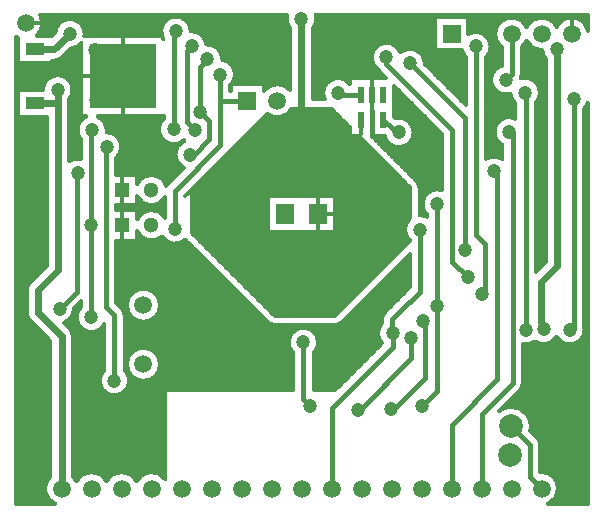
<source format=gbl>
%FSLAX43Y43*%
%MOMM*%
G71*
G01*
G75*
G04 Layer_Physical_Order=2*
%ADD10C,0.300*%
%ADD11C,0.125*%
%ADD12R,1.800X1.600*%
%ADD13R,1.600X1.800*%
%ADD14R,0.600X1.700*%
%ADD15R,0.600X1.700*%
%ADD16C,0.400*%
%ADD17C,0.500*%
%ADD18C,0.254*%
%ADD19C,1.500*%
%ADD20R,1.500X1.500*%
%ADD21R,1.300X1.300*%
%ADD22C,1.300*%
%ADD23C,2.000*%
%ADD24C,1.200*%
%ADD25R,0.550X1.450*%
%ADD26R,0.550X1.450*%
%ADD27R,5.700X5.500*%
%ADD28R,1.600X1.000*%
%ADD29C,0.600*%
D10*
X49200Y40865D02*
G03*
X46557Y41180I-1373J-275D01*
G01*
X46557D02*
G03*
X44017Y41180I-1270J-589D01*
G01*
X45353Y39192D02*
G03*
X45650Y38463I1247J83D01*
G01*
X44017Y40001D02*
G03*
X45353Y39192I1270J589D01*
G01*
X43597Y39478D02*
G03*
X44017Y40001I-850J1112D01*
G01*
Y41180D02*
G03*
X41897Y39478I-1270J-589D01*
G01*
X40975Y39525D02*
G03*
X39067Y40588I-1250J0D01*
G01*
X40575Y38608D02*
G03*
X40975Y39525I-850J917D01*
G01*
X38521Y39191D02*
G03*
X38875Y38608I1204J334D01*
G01*
X48850Y34183D02*
G03*
X49200Y34750I-850J917D01*
G01*
X44775Y34732D02*
G03*
X45150Y35625I-875J893D01*
G01*
X43504Y36811D02*
G03*
X43597Y37197I-757J387D01*
G01*
X43504Y36811D02*
G03*
X43597Y37197I-757J387D01*
G01*
X45150Y35625D02*
G03*
X43504Y36811I-1250J0D01*
G01*
X42655Y35517D02*
G03*
X43075Y34686I1245J108D01*
G01*
X41897Y37899D02*
G03*
X42655Y35517I353J-1199D01*
G01*
X43075Y33428D02*
G03*
X41975Y31184I-525J-1134D01*
G01*
X35400Y38100D02*
G03*
X33321Y39036I-1250J0D01*
G01*
G03*
X31425Y37582I-1171J-436D01*
G01*
X26200Y41850D02*
G03*
X26150Y42200I-1250J0D01*
G01*
X23750D02*
G03*
X24000Y41038I1200J-350D01*
G01*
X25900D02*
G03*
X26200Y41850I-950J812D01*
G01*
X34450Y32250D02*
G03*
X32931Y33471I-1250J0D01*
G01*
X31425Y37582D02*
G03*
X31549Y37424I725J443D01*
G01*
X31425Y37582D02*
G03*
X31549Y37424I725J443D01*
G01*
X31993Y31925D02*
G03*
X34450Y32250I1207J325D01*
G01*
X29075Y36315D02*
G03*
X26916Y35075I-1025J-715D01*
G01*
X24000Y35815D02*
G03*
X21770Y35750I-1090J-878D01*
G01*
X48925Y15550D02*
G03*
X48850Y15976I-1250J0D01*
G01*
X46568Y14969D02*
G03*
X48925Y15550I1107J581D01*
G01*
X45800Y800D02*
G03*
X46680Y2100I-520J1300D01*
G01*
X44732Y14570D02*
G03*
X46568Y14969I743J1005D01*
G01*
X45175Y5775D02*
G03*
X44926Y6376I-850J0D01*
G01*
X46680Y2100D02*
G03*
X45175Y3496I-1400J0D01*
G01*
X41975Y30006D02*
G03*
X40575Y30015I-707J-1031D01*
G01*
X34950Y27575D02*
G03*
X34715Y28142I-800J0D01*
G01*
X34950Y27575D02*
G03*
X34716Y28141I-800J0D01*
G01*
X36850Y27359D02*
G03*
X35600Y25258I-400J-1184D01*
G01*
Y25108D02*
G03*
X34950Y25275I-625J-1083D01*
G01*
X32029Y17031D02*
G03*
X31780Y16430I601J-601D01*
G01*
X32029Y17031D02*
G03*
X31780Y16430I601J-601D01*
G01*
X43675Y14300D02*
G03*
X44732Y14570I250J1225D01*
G01*
X43426Y10399D02*
G03*
X43675Y11000I-601J601D01*
G01*
X43426Y10399D02*
G03*
X43675Y11000I-601J601D01*
G01*
X31780Y16110D02*
G03*
X31772Y14399I907J-860D01*
G01*
X27800Y15925D02*
G03*
X28367Y16160I0J800D01*
G01*
X27800Y15925D02*
G03*
X28366Y16159I0J800D01*
G01*
X44326Y6976D02*
G03*
X44375Y7375I-1601J399D01*
G01*
X45175Y5775D02*
G03*
X44926Y6376I-850J0D01*
G01*
X44375Y7375D02*
G03*
X41674Y8647I-1650J0D01*
G01*
X25975Y13558D02*
G03*
X26375Y14475I-850J917D01*
G01*
X22108Y16160D02*
G03*
X22675Y15925I567J565D01*
G01*
X22109Y16159D02*
G03*
X22675Y15925I566J566D01*
G01*
X26375Y14475D02*
G03*
X24275Y13558I-1250J0D01*
G01*
X18250Y38450D02*
G03*
X16894Y39696I-1250J0D01*
G01*
X19024Y36337D02*
G03*
X19325Y37150I-949J813D01*
G01*
G03*
X18248Y38388I-1250J0D01*
G01*
X15575Y40825D02*
G03*
X13149Y40400I-1250J0D01*
G01*
X16894Y39696D02*
G03*
X15575Y40823I-1244J-121D01*
G01*
X13149Y40400D02*
G03*
X13275Y40147I1176J425D01*
G01*
X15052Y31532D02*
G03*
X14975Y29252I473J-1157D01*
G01*
X13275Y33417D02*
G03*
X14988Y31595I850J-917D01*
G01*
X13649Y27926D02*
G03*
X13504Y27733I601J-601D01*
G01*
X13649Y27926D02*
G03*
X13504Y27733I601J-601D01*
G01*
G03*
X11058Y27863I-1246J-370D01*
G01*
Y26863D02*
G03*
X13400Y26742I1200J500D01*
G01*
Y25009D02*
G03*
X11058Y24888I-1142J-621D01*
G01*
X9275Y30086D02*
G03*
X9700Y31025I-825J939D01*
G01*
G03*
X8463Y32275I-1250J0D01*
G01*
X11058Y23888D02*
G03*
X13164Y23456I1200J500D01*
G01*
X6600Y40600D02*
G03*
X4104Y40697I-1250J0D01*
G01*
X6584Y40400D02*
G03*
X6600Y40600I-1234J200D01*
G01*
X5447Y39354D02*
G03*
X6325Y39818I-97J1246D01*
G01*
X4035Y38335D02*
G03*
X4707Y38613I0J950D01*
G01*
X4035Y38335D02*
G03*
X4707Y38613I0J950D01*
G01*
X3025Y41500D02*
G03*
X2837Y42200I-1400J0D01*
G01*
X2534Y40435D02*
G03*
X3025Y41500I-909J1065D01*
G01*
X800Y40369D02*
G03*
X975Y40260I825J1131D01*
G01*
X5575Y35850D02*
G03*
X3075Y35865I-1250J0D01*
G01*
X5275Y35038D02*
G03*
X5575Y35850I-950J812D01*
G01*
X5300Y34650D02*
G03*
X5275Y34867I-950J0D01*
G01*
X5300Y34650D02*
G03*
X5275Y34867I-950J0D01*
G01*
X8475Y32450D02*
G03*
X7715Y33600I-1250J0D01*
G01*
X8463Y32275D02*
G03*
X8475Y32450I-1238J175D01*
G01*
X6735Y33600D02*
G03*
X6325Y31583I490J-1150D01*
G01*
Y30007D02*
G03*
X5300Y29836I-325J-1207D01*
G01*
X13164Y23456D02*
G03*
X15105Y23163I1086J619D01*
G01*
X12975Y17617D02*
G03*
X12975Y17617I-1400J0D01*
G01*
X9975Y16775D02*
G03*
X9726Y17376I-850J0D01*
G01*
X9975Y16775D02*
G03*
X9726Y17376I-850J0D01*
G01*
X12975Y12617D02*
G03*
X12975Y12617I-1400J0D01*
G01*
X13425Y2876D02*
G03*
X10990Y2689I-1165J-776D01*
G01*
X10375Y11225D02*
G03*
X9975Y12142I-1250J0D01*
G01*
X8275D02*
G03*
X10375Y11225I850J-917D01*
G01*
X10990Y2689D02*
G03*
X8450Y2689I-1270J-589D01*
G01*
X4858Y16135D02*
G03*
X5725Y17325I-383J1190D01*
G01*
X6325Y17517D02*
G03*
X8275Y16006I850J-917D01*
G01*
X5590Y15010D02*
G03*
X5312Y15682I-950J0D01*
G01*
X5590Y15010D02*
G03*
X5312Y15682I-950J0D01*
G01*
X1978Y19547D02*
G03*
X1700Y18875I672J-672D01*
G01*
X1978Y19547D02*
G03*
X1700Y18875I672J-672D01*
G01*
Y17000D02*
G03*
X1978Y16328I950J0D01*
G01*
X1700Y17000D02*
G03*
X1978Y16328I950J0D01*
G01*
X8450Y2689D02*
G03*
X5910Y2689I-1270J-589D01*
G01*
X5910D02*
G03*
X5590Y3128I-1270J-589D01*
G01*
X3690D02*
G03*
X4120Y800I950J-1028D01*
G01*
X34150Y24964D02*
G03*
X34125Y23108I825J-939D01*
G01*
X22068Y33818D02*
G03*
X24143Y34275I841J1119D01*
G01*
X48500Y41818D02*
Y42200D01*
X48400Y41868D02*
Y42200D01*
X48300Y41908D02*
Y42200D01*
X48200Y41940D02*
Y42200D01*
X48900Y41490D02*
Y42200D01*
X48800Y41598D02*
Y42200D01*
X48700Y41685D02*
Y42200D01*
X48600Y41758D02*
Y42200D01*
X48000Y41980D02*
Y42200D01*
X47900Y41989D02*
Y42200D01*
X47800Y41990D02*
Y42200D01*
X47700Y41985D02*
Y42200D01*
X48100Y41964D02*
Y42200D01*
X47600Y41972D02*
Y42200D01*
X47500Y41952D02*
Y42200D01*
X48323Y41900D02*
X49200D01*
X48533Y41800D02*
X49200D01*
X47400Y41924D02*
Y42200D01*
X47300Y41887D02*
Y42200D01*
X48681Y41700D02*
X49200D01*
X48797Y41600D02*
X49200D01*
X48892Y41500D02*
X49200D01*
X47200Y41842D02*
Y42200D01*
X45783Y41900D02*
X47331D01*
X47100Y41787D02*
Y42200D01*
X45993Y41800D02*
X47122D01*
X47000Y41720D02*
Y42200D01*
X46141Y41700D02*
X46973D01*
X46900Y41639D02*
Y42200D01*
X46100Y41731D02*
Y42200D01*
X46000Y41796D02*
Y42200D01*
X45900Y41849D02*
Y42200D01*
X45800Y41893D02*
Y42200D01*
X46800Y41542D02*
Y42200D01*
X46300Y41557D02*
Y42200D01*
X46200Y41652D02*
Y42200D01*
X45500Y41974D02*
Y42200D01*
X45400Y41986D02*
Y42200D01*
X45300Y41991D02*
Y42200D01*
X45200Y41988D02*
Y42200D01*
X45700Y41928D02*
Y42200D01*
X45600Y41955D02*
Y42200D01*
X45100Y41978D02*
Y42200D01*
X45000Y41961D02*
Y42200D01*
X44900Y41936D02*
Y42200D01*
X44800Y41903D02*
Y42200D01*
X44700Y41861D02*
Y42200D01*
X46257Y41600D02*
X46857D01*
X46352Y41500D02*
X46763D01*
X44600Y41810D02*
Y42200D01*
X44500Y41748D02*
Y42200D01*
X43601Y41700D02*
X44433D01*
X44400Y41673D02*
Y42200D01*
X43600Y41701D02*
Y42200D01*
X44300Y41583D02*
Y42200D01*
X43717Y41600D02*
X44317D01*
X43700Y41617D02*
Y42200D01*
X48970Y41400D02*
X49200D01*
X49034Y41300D02*
X49200D01*
X49000Y41355D02*
Y42200D01*
X46700Y41421D02*
Y42200D01*
X49200Y40866D02*
Y42200D01*
X49200Y40865D02*
Y42200D01*
X49100Y41174D02*
Y42200D01*
X47827Y40591D02*
Y41841D01*
X46600Y41264D02*
Y42200D01*
X46430Y41400D02*
X46685D01*
X46500Y41290D02*
Y42200D01*
X46400Y41440D02*
Y42200D01*
X46494Y41300D02*
X46620D01*
X49088Y41200D02*
X49200D01*
X44800Y36493D02*
Y39278D01*
X45100Y35976D02*
Y39203D01*
X45000Y36219D02*
Y39220D01*
X44900Y36375D02*
Y39245D01*
X43597Y39100D02*
X45362D01*
X43597Y39000D02*
X45381D01*
X43597Y39300D02*
X44745D01*
X43597Y39200D02*
X45127D01*
X43597Y38800D02*
X45444D01*
X43597Y38700D02*
X45490D01*
X43597Y38900D02*
X45408D01*
X44200Y41472D02*
Y42200D01*
X43890Y41400D02*
X44145D01*
X44100Y41332D02*
Y42200D01*
X43900Y41385D02*
Y42200D01*
X44000Y41216D02*
Y42200D01*
X44100Y36859D02*
Y39849D01*
X44000Y36871D02*
Y39965D01*
X43812Y41500D02*
X44223D01*
X43954Y41300D02*
X44080D01*
X43800Y41514D02*
Y42200D01*
X43965Y39900D02*
X44069D01*
X43903Y39800D02*
X44132D01*
X43900Y36875D02*
Y39796D01*
X44300Y36809D02*
Y39598D01*
X44400Y36771D02*
Y39508D01*
X43827Y39700D02*
X44207D01*
X44200Y36839D02*
Y39709D01*
X44600Y36661D02*
Y39371D01*
X44700Y36586D02*
Y39320D01*
X44500Y36722D02*
Y39433D01*
X43625Y39500D02*
X44410D01*
X43597Y39400D02*
X44551D01*
X43736Y39600D02*
X44298D01*
X43597Y37197D02*
Y39478D01*
X43800Y36871D02*
Y39668D01*
X43700Y36859D02*
Y39565D01*
X43600Y36838D02*
Y39480D01*
X43200Y41915D02*
Y42200D01*
X43100Y41945D02*
Y42200D01*
X42900Y41982D02*
Y42200D01*
X42800Y41990D02*
Y42200D01*
X43500Y41771D02*
Y42200D01*
X43400Y41829D02*
Y42200D01*
X43300Y41877D02*
Y42200D01*
X43000Y41968D02*
Y42200D01*
X26150Y42200D02*
X49200D01*
X26150Y42200D02*
X49200D01*
X42700Y41990D02*
Y42200D01*
X42600Y41983D02*
Y42200D01*
X42500Y41969D02*
Y42200D01*
X42400Y41947D02*
Y42200D01*
X42300Y41917D02*
Y42200D01*
X43243Y41900D02*
X44791D01*
X43453Y41800D02*
X44582D01*
X42200Y41879D02*
Y42200D01*
X42100Y41832D02*
Y42200D01*
X42000Y41774D02*
Y42200D01*
X41900Y41705D02*
Y42200D01*
X41800Y41621D02*
Y42200D01*
X26175Y42100D02*
X49200D01*
X26191Y42000D02*
X49200D01*
X39067Y41900D02*
X42251D01*
X39067Y41800D02*
X42042D01*
X39067Y41700D02*
X41893D01*
X39067Y41600D02*
X41777D01*
X41700Y41520D02*
Y42200D01*
X41600Y41393D02*
Y42200D01*
X41500Y41226D02*
Y42200D01*
X41400Y40971D02*
Y42200D01*
X40000Y40744D02*
Y42200D01*
X40400Y40577D02*
Y42200D01*
X40200Y40681D02*
Y42200D01*
X40100Y40717D02*
Y42200D01*
X39900Y40763D02*
Y42200D01*
X39800Y40773D02*
Y42200D01*
X39700Y40775D02*
Y42200D01*
X39600Y40769D02*
Y42200D01*
X39500Y40755D02*
Y42200D01*
X39400Y40732D02*
Y42200D01*
X39300Y40700D02*
Y42200D01*
X39067Y41500D02*
X41683D01*
X39067Y41400D02*
X41605D01*
X39067Y41300D02*
X41540D01*
X39067Y41200D02*
X41487D01*
X39067Y41100D02*
X41443D01*
X40152Y40700D02*
X41351D01*
X39200Y40659D02*
Y42200D01*
X36267Y41991D02*
X39067D01*
Y41000D02*
X41408D01*
X39000Y41991D02*
Y42200D01*
X38900Y41991D02*
Y42200D01*
X39067Y40900D02*
X41382D01*
X39067Y40800D02*
X41363D01*
X39067Y40700D02*
X39298D01*
X40975Y39500D02*
X41870D01*
X40917Y39900D02*
X41529D01*
X40944Y39800D02*
X41592D01*
X41800Y37866D02*
Y39560D01*
X41897Y37899D02*
Y39478D01*
X41600Y37768D02*
Y39788D01*
X41700Y37822D02*
Y39662D01*
X40969Y39400D02*
X41897D01*
X40955Y39300D02*
X41897D01*
X40963Y39700D02*
X41667D01*
X40973Y39600D02*
X41758D01*
X40932Y39200D02*
X41897D01*
X40900Y39100D02*
X41897D01*
X40859Y39000D02*
X41897D01*
X43597Y38500D02*
X45619D01*
X43597Y38400D02*
X45650D01*
X40807Y38900D02*
X41897D01*
X43597Y38600D02*
X45548D01*
X43597Y38300D02*
X45650D01*
X43597Y38200D02*
X45650D01*
X43597Y38100D02*
X45650D01*
X40743Y38800D02*
X41897D01*
X40664Y38700D02*
X41897D01*
X40575Y38600D02*
X41897D01*
X40575Y38500D02*
X41897D01*
X40575Y38400D02*
X41897D01*
X40575Y38300D02*
X41897D01*
X40575Y38200D02*
X41897D01*
X40900Y39952D02*
Y42200D01*
X40800Y40163D02*
Y42200D01*
X40700Y40307D02*
Y42200D01*
X40600Y40418D02*
Y42200D01*
X41300Y37512D02*
Y42200D01*
X41200Y37378D02*
Y42200D01*
X41100Y37190D02*
Y42200D01*
X40300Y40635D02*
Y42200D01*
X40363Y40600D02*
X41347D01*
X39100Y40607D02*
Y42200D01*
X39067Y40588D02*
Y41991D01*
X40507Y40500D02*
X41350D01*
X40500Y40506D02*
Y42200D01*
X40618Y40400D02*
X41360D01*
X40835Y40100D02*
X41436D01*
X40706Y40300D02*
X41378D01*
X40777Y40200D02*
X41403D01*
X40881Y40000D02*
X41478D01*
X41500Y37700D02*
Y39955D01*
X41400Y37616D02*
Y40210D01*
X35296Y38600D02*
X38875D01*
X35334Y38500D02*
X38875D01*
X35363Y38400D02*
X38875D01*
X35384Y38300D02*
X38875D01*
X35396Y38200D02*
X38875D01*
X44881Y36400D02*
X45650D01*
X44952Y36300D02*
X45650D01*
X45010Y36200D02*
X45650D01*
X45056Y36100D02*
X45650D01*
X49097Y34500D02*
X49200D01*
X45092Y36000D02*
X45650D01*
X45119Y35900D02*
X45650D01*
X43597Y38000D02*
X45650D01*
X43597Y37900D02*
X45650D01*
X43597Y37800D02*
X45650D01*
X44327Y36800D02*
X45650D01*
X44538Y36700D02*
X45650D01*
X44682Y36600D02*
X45650D01*
X44793Y36500D02*
X45650D01*
X49036Y34400D02*
X49200D01*
X48960Y34300D02*
X49200D01*
X48867Y34200D02*
X49200D01*
X48850Y34100D02*
X49200D01*
X48850Y34000D02*
X49200D01*
X48850Y33900D02*
X49200D01*
X48850Y33800D02*
X49200D01*
X48850Y33700D02*
X49200D01*
X48850Y33600D02*
X49200D01*
X48850Y33500D02*
X49200D01*
X48850Y33400D02*
X49200D01*
X48850Y33300D02*
X49200D01*
X48850Y33200D02*
X49200D01*
X48850Y33100D02*
X49200D01*
X45138Y35800D02*
X45650D01*
X45148Y35700D02*
X45650D01*
X45150Y35600D02*
X45650D01*
X45144Y35500D02*
X45650D01*
X45130Y35400D02*
X45650D01*
X45107Y35300D02*
X45650D01*
X45075Y35200D02*
X45650D01*
X45034Y35100D02*
X45650D01*
X44982Y35000D02*
X45650D01*
X44918Y34900D02*
X45650D01*
X44839Y34800D02*
X45650D01*
X44775Y34700D02*
X45650D01*
X44775Y34600D02*
X45650D01*
X44775Y34500D02*
X45650D01*
X44775Y34400D02*
X45650D01*
X44775Y34300D02*
X45650D01*
X44775Y34200D02*
X45650D01*
X44775Y34100D02*
X45650D01*
X44775Y34000D02*
X45650D01*
X44775Y33900D02*
X45650D01*
X44775Y33800D02*
X45650D01*
X44775Y33700D02*
X45650D01*
X44775Y33600D02*
X45650D01*
X44775Y33500D02*
X45650D01*
X44775Y33400D02*
X45650D01*
X44775Y33300D02*
X45650D01*
X44775Y33200D02*
X45650D01*
X48850Y33000D02*
X49200D01*
X48850Y32900D02*
X49200D01*
X48850Y32800D02*
X49200D01*
X48850Y32700D02*
X49200D01*
X48850Y32600D02*
X49200D01*
X48850Y32500D02*
X49200D01*
X48850Y32400D02*
X49200D01*
X48850Y32300D02*
X49200D01*
X48850Y32200D02*
X49200D01*
X48850Y32100D02*
X49200D01*
X44775Y33100D02*
X45650D01*
X48850Y32000D02*
X49200D01*
X48850Y31900D02*
X49200D01*
X48850Y31800D02*
X49200D01*
X48850Y31700D02*
X49200D01*
X48850Y31600D02*
X49200D01*
X48850Y31500D02*
X49200D01*
X48850Y31400D02*
X49200D01*
X48850Y31300D02*
X49200D01*
X48850Y31200D02*
X49200D01*
X48850Y31100D02*
X49200D01*
X48850Y31000D02*
X49200D01*
X48850Y30900D02*
X49200D01*
X48850Y30800D02*
X49200D01*
X48850Y30700D02*
X49200D01*
X48850Y30600D02*
X49200D01*
X48850Y30500D02*
X49200D01*
X48850Y30400D02*
X49200D01*
X48850Y30300D02*
X49200D01*
X44775Y33000D02*
X45650D01*
X44775Y32900D02*
X45650D01*
X44775Y32800D02*
X45650D01*
X44775Y32700D02*
X45650D01*
X44775Y32600D02*
X45650D01*
X44775Y32500D02*
X45650D01*
X44775Y32400D02*
X45650D01*
X44775Y32300D02*
X45650D01*
X44775Y32200D02*
X45650D01*
X44775Y32100D02*
X45650D01*
X44775Y32000D02*
X45650D01*
X44775Y31900D02*
X45650D01*
X44775Y31800D02*
X45650D01*
X44775Y31700D02*
X45650D01*
X44775Y31600D02*
X45650D01*
X44775Y31500D02*
X45650D01*
X44775Y31400D02*
X45650D01*
X44775Y31300D02*
X45650D01*
X44775Y31200D02*
X45650D01*
X44775Y31100D02*
X45650D01*
X44775Y31000D02*
X45650D01*
X44775Y30900D02*
X45650D01*
X44775Y30800D02*
X45650D01*
X44775Y30700D02*
X45650D01*
X44775Y30600D02*
X45650D01*
X44775Y30500D02*
X45650D01*
X44775Y30400D02*
X45650D01*
X44775Y30300D02*
X45650D01*
X43597Y37700D02*
X45650D01*
X43597Y37600D02*
X45650D01*
X43597Y37500D02*
X45650D01*
X43597Y37400D02*
X45650D01*
X43597Y37300D02*
X45650D01*
X43597Y37200D02*
X45650D01*
X43592Y37100D02*
X45650D01*
X43574Y37000D02*
X45650D01*
X43543Y36900D02*
X45650D01*
X40575Y38100D02*
X41897D01*
X40575Y35300D02*
X42693D01*
X40575Y35100D02*
X42766D01*
X40575Y35400D02*
X42670D01*
X40575Y35200D02*
X42725D01*
X40575Y34900D02*
X42882D01*
X40575Y34800D02*
X42961D01*
X40575Y35000D02*
X42818D01*
X40575Y34700D02*
X43059D01*
X40575Y34600D02*
X43075D01*
X40575Y34500D02*
X43075D01*
X40575Y34400D02*
X43075D01*
X40575Y34300D02*
X43075D01*
X40575Y34200D02*
X43075D01*
X40575Y34100D02*
X43075D01*
X40575Y38000D02*
X41897D01*
X40575Y37900D02*
X41897D01*
X40575Y37800D02*
X41656D01*
X40575Y37700D02*
X41500D01*
X40575Y37600D02*
X41382D01*
X40575Y37500D02*
X41289D01*
X40575Y37400D02*
X41214D01*
X40575Y37300D02*
X41153D01*
X40575Y37200D02*
X41104D01*
X35452Y38000D02*
X38875D01*
X35552Y37900D02*
X38875D01*
X40575Y37100D02*
X41066D01*
X40575Y37000D02*
X41036D01*
X40575Y36900D02*
X41016D01*
X40575Y36800D02*
X41004D01*
X40575Y36500D02*
X41016D01*
X40575Y36700D02*
X41000D01*
X40575Y36600D02*
X41004D01*
X40575Y36400D02*
X41037D01*
X40575Y36200D02*
X41104D01*
X40575Y36300D02*
X41066D01*
X40575Y35900D02*
X41290D01*
X40575Y35800D02*
X41383D01*
X40575Y36100D02*
X41153D01*
X40575Y36000D02*
X41214D01*
X40575Y35600D02*
X41657D01*
X40575Y35500D02*
X41900D01*
X40575Y35700D02*
X41500D01*
X42800Y33518D02*
Y35032D01*
X42900Y33493D02*
Y34875D01*
X42600Y33542D02*
Y35500D01*
X42700Y33534D02*
Y35276D01*
X43075Y33428D02*
Y34686D01*
X43000Y33460D02*
Y34758D01*
X42500Y33542D02*
Y35475D01*
X42400Y33534D02*
Y35459D01*
X40575Y34000D02*
X43075D01*
X40575Y33900D02*
X43075D01*
X42300Y33518D02*
Y35451D01*
X40575Y33800D02*
X43075D01*
X42200Y33493D02*
Y35451D01*
X42100Y33460D02*
Y35459D01*
X42000Y33416D02*
Y35475D01*
X40575Y33700D02*
X43075D01*
X40575Y33600D02*
X43075D01*
X42877Y33500D02*
X43075D01*
X40575D02*
X42223D01*
X40575Y33400D02*
X41968D01*
X40575Y31200D02*
X41944D01*
X40575Y31100D02*
X41975D01*
X40575Y31000D02*
X41975D01*
X40575Y30900D02*
X41975D01*
X40575Y30800D02*
X41975D01*
X40575Y30700D02*
X41975D01*
X40575Y30600D02*
X41975D01*
X40575Y30500D02*
X41975D01*
X41800Y33293D02*
Y35534D01*
X41900Y33361D02*
Y35500D01*
X41700Y33210D02*
Y35578D01*
X40575Y33300D02*
X41809D01*
X41500Y32971D02*
Y35700D01*
X41600Y33106D02*
Y35632D01*
X41400Y32783D02*
Y35784D01*
X40575Y33200D02*
X41689D01*
X40575Y33100D02*
X41595D01*
X40575Y33000D02*
X41519D01*
X40575Y32900D02*
X41457D01*
X40575Y32800D02*
X41407D01*
X40575Y32700D02*
X41368D01*
X40575Y32600D02*
X41338D01*
X40575Y32500D02*
X41317D01*
X40575Y32400D02*
X41305D01*
X40575Y32300D02*
X41300D01*
X40575Y32200D02*
X41304D01*
X40575Y32100D02*
X41315D01*
X40575Y31900D02*
X41364D01*
X40575Y32000D02*
X41335D01*
X40575Y31600D02*
X41510D01*
X40575Y31500D02*
X41584D01*
X40575Y31800D02*
X41402D01*
X40575Y31700D02*
X41450D01*
X40575Y31300D02*
X41791D01*
X40575Y30400D02*
X41975D01*
X40575Y31400D02*
X41676D01*
X38800Y41991D02*
Y42200D01*
X38700Y41991D02*
Y42200D01*
X38600Y41991D02*
Y42200D01*
X38500Y41991D02*
Y42200D01*
X38400Y41991D02*
Y42200D01*
X38300Y41991D02*
Y42200D01*
X38200Y41991D02*
Y42200D01*
X38100Y41991D02*
Y42200D01*
X38000Y41991D02*
Y42200D01*
X37900Y41991D02*
Y42200D01*
X37800Y41991D02*
Y42200D01*
X37700Y41991D02*
Y42200D01*
X37600Y41991D02*
Y42200D01*
X37500Y41991D02*
Y42200D01*
X37400Y41991D02*
Y42200D01*
X37300Y41991D02*
Y42200D01*
X37200Y41991D02*
Y42200D01*
X37100Y41991D02*
Y42200D01*
X37000Y41991D02*
Y42200D01*
X36900Y41991D02*
Y42200D01*
X36800Y41991D02*
Y42200D01*
X36700Y41991D02*
Y42200D01*
X36600Y41991D02*
Y42200D01*
X36500Y41991D02*
Y42200D01*
X36400Y41991D02*
Y42200D01*
X36300Y41991D02*
Y42200D01*
X32501Y39800D02*
X36267D01*
X32744Y39700D02*
X36267D01*
X32900Y39600D02*
X36267D01*
X34400Y39325D02*
Y42200D01*
X34300Y39341D02*
Y42200D01*
X34200Y39349D02*
Y42200D01*
X33100Y39413D02*
Y42200D01*
X34100Y39349D02*
Y42200D01*
X34000Y39341D02*
Y42200D01*
X33900Y39325D02*
Y42200D01*
X32800Y39668D02*
Y42200D01*
X32600Y39766D02*
Y42200D01*
X32500Y39800D02*
Y42200D01*
X32400Y39825D02*
Y42200D01*
X33000Y39517D02*
Y42200D01*
X32900Y39600D02*
Y42200D01*
X32700Y39723D02*
Y42200D01*
X32300Y39841D02*
Y42200D01*
X32200Y39849D02*
Y42200D01*
X32100Y39849D02*
Y42200D01*
X32000Y39841D02*
Y42200D01*
X33018Y39500D02*
X36267D01*
X33111Y39400D02*
X36267D01*
X31900Y39825D02*
Y42200D01*
X31800Y39800D02*
Y42200D01*
X31700Y39766D02*
Y42200D01*
X31600Y39722D02*
Y42200D01*
X31500Y39668D02*
Y42200D01*
X31400Y39600D02*
Y42200D01*
X31300Y39516D02*
Y42200D01*
X31200Y39412D02*
Y42200D01*
X38100Y35352D02*
Y39191D01*
X38000Y35452D02*
Y39191D01*
X37900Y35552D02*
Y39191D01*
X37800Y35652D02*
Y39191D01*
X38500Y34952D02*
Y39191D01*
X38400Y35052D02*
Y39191D01*
X38300Y35152D02*
Y39191D01*
X38200Y35252D02*
Y39191D01*
X34501Y39300D02*
X36267D01*
Y39191D02*
X38521D01*
X36200Y37252D02*
Y42200D01*
X36267Y39191D02*
Y41991D01*
X37700Y35752D02*
Y39191D01*
X37600Y35852D02*
Y39191D01*
X37500Y35952D02*
Y39191D01*
X37100Y36352D02*
Y39191D01*
X37000Y36452D02*
Y39191D01*
X36900Y36552D02*
Y39191D01*
X36800Y36652D02*
Y39191D01*
X37400Y36052D02*
Y39191D01*
X37300Y36152D02*
Y39191D01*
X37200Y36252D02*
Y39191D01*
X36400Y37052D02*
Y39191D01*
X34900Y39100D02*
X38550D01*
X34744Y39200D02*
X36267D01*
X36300Y37152D02*
Y39191D01*
X36700Y36752D02*
Y39191D01*
X36600Y36852D02*
Y39191D01*
X36500Y36952D02*
Y39191D01*
X35800Y37652D02*
Y42200D01*
X35700Y37752D02*
Y42200D01*
X35600Y37852D02*
Y42200D01*
X35500Y37952D02*
Y42200D01*
X36100Y37352D02*
Y42200D01*
X36000Y37452D02*
Y42200D01*
X35900Y37552D02*
Y42200D01*
X35100Y38913D02*
Y42200D01*
X35000Y39017D02*
Y42200D01*
X34900Y39100D02*
Y42200D01*
X34800Y39168D02*
Y42200D01*
X35400Y38119D02*
Y42200D01*
X35300Y38590D02*
Y42200D01*
X35200Y38778D02*
Y42200D01*
X34600Y39266D02*
Y42200D01*
X34500Y39300D02*
Y42200D01*
X33800Y39300D02*
Y42200D01*
X33700Y39266D02*
Y42200D01*
X34700Y39223D02*
Y42200D01*
X33600Y39222D02*
Y42200D01*
X33500Y39168D02*
Y42200D01*
X33186Y39300D02*
X33799D01*
X33247Y39200D02*
X33556D01*
X33400Y39100D02*
Y42200D01*
X33200Y39278D02*
Y42200D01*
X33296Y39100D02*
X33400D01*
X33300Y39090D02*
Y42200D01*
X26199Y41900D02*
X36267D01*
X26199Y41800D02*
X36267D01*
X26191Y41700D02*
X36267D01*
X26175Y41600D02*
X36267D01*
X26150Y41500D02*
X36267D01*
X26116Y41400D02*
X36267D01*
X31100Y39278D02*
Y42200D01*
X26072Y41300D02*
X36267D01*
X26018Y41200D02*
X36267D01*
X25950Y41100D02*
X36267D01*
X25900Y41000D02*
X36267D01*
X25900Y40900D02*
X36267D01*
X25900Y40800D02*
X36267D01*
X25900Y40700D02*
X36267D01*
X25900Y40600D02*
X36267D01*
X25900Y40500D02*
X36267D01*
X25900Y40400D02*
X36267D01*
X25900Y40300D02*
X36267D01*
X25900Y40200D02*
X36267D01*
X25900Y40100D02*
X36267D01*
X25900Y40000D02*
X36267D01*
X25900Y39900D02*
X36267D01*
X25900Y39800D02*
X31799D01*
X25900Y39700D02*
X31556D01*
X25900Y39600D02*
X31400D01*
X25900Y39500D02*
X31282D01*
X25900Y39400D02*
X31189D01*
X25900Y39300D02*
X31114D01*
X31000Y39090D02*
Y42200D01*
X30900Y36825D02*
Y42200D01*
X30800Y36825D02*
Y42200D01*
X30700Y36825D02*
Y42200D01*
X30600Y36825D02*
Y42200D01*
X30500Y36825D02*
Y42200D01*
X30400Y36825D02*
Y42200D01*
X30300Y36825D02*
Y42200D01*
X30200Y36825D02*
Y42200D01*
X30100Y36825D02*
Y42200D01*
X30000Y36825D02*
Y42200D01*
X29900Y36825D02*
Y42200D01*
X29800Y36825D02*
Y42200D01*
X29700Y36825D02*
Y42200D01*
X29600Y36825D02*
Y42200D01*
X29500Y36825D02*
Y42200D01*
X29400Y36825D02*
Y42200D01*
X29300Y36825D02*
Y42200D01*
X29200Y36825D02*
Y42200D01*
X29100Y36825D02*
Y42200D01*
X28300Y36825D02*
Y42200D01*
X26200Y41868D02*
Y42200D01*
X28200Y36841D02*
Y42200D01*
X25900Y39200D02*
X31053D01*
X28100Y36849D02*
Y42200D01*
X28700Y36668D02*
Y42200D01*
X28500Y36766D02*
Y42200D01*
X28400Y36800D02*
Y42200D01*
X28000Y36849D02*
Y42200D01*
X29000Y36413D02*
Y42200D01*
X28900Y36517D02*
Y42200D01*
X28800Y36600D02*
Y42200D01*
X28600Y36723D02*
Y42200D01*
X27900Y36841D02*
Y42200D01*
X27800Y36825D02*
Y42200D01*
X27700Y36800D02*
Y42200D01*
X27600Y36766D02*
Y42200D01*
X27500Y36722D02*
Y42200D01*
X27400Y36668D02*
Y42200D01*
X27300Y36600D02*
Y42200D01*
X27200Y36516D02*
Y42200D01*
X27100Y36412D02*
Y42200D01*
X27000Y36278D02*
Y42200D01*
X26900Y36090D02*
Y42200D01*
X26800Y35075D02*
Y42200D01*
X26700Y35075D02*
Y42200D01*
X26600Y35075D02*
Y42200D01*
X26500Y35075D02*
Y42200D01*
X26400Y35075D02*
Y42200D01*
X26300Y35075D02*
Y42200D01*
X26200Y35075D02*
Y41832D01*
X26100Y35075D02*
Y41360D01*
X26000Y35075D02*
Y41172D01*
X25900Y35075D02*
Y41038D01*
X23400Y36248D02*
Y42200D01*
X23300Y36282D02*
Y42200D01*
X23200Y36307D02*
Y42200D01*
X23100Y36324D02*
Y42200D01*
X23700Y36093D02*
Y42200D01*
X23600Y36155D02*
Y42200D01*
X23500Y36206D02*
Y42200D01*
X23000Y36334D02*
Y42200D01*
X22900Y36337D02*
Y42200D01*
X22800Y36333D02*
Y42200D01*
X22700Y36321D02*
Y42200D01*
X22600Y36302D02*
Y42200D01*
X22500Y36276D02*
Y42200D01*
X22400Y36241D02*
Y42200D01*
X22300Y36197D02*
Y42200D01*
X23800Y36017D02*
Y41360D01*
X22200Y36144D02*
Y42200D01*
X22100Y36079D02*
Y42200D01*
X24000Y35815D02*
Y41038D01*
X24000Y35815D02*
Y41038D01*
X23900Y35927D02*
Y41172D01*
X21700Y36337D02*
Y42200D01*
X21600Y36337D02*
Y42200D01*
X21500Y36337D02*
Y42200D01*
X21400Y36337D02*
Y42200D01*
X22000Y36001D02*
Y42200D01*
X21900Y35907D02*
Y42200D01*
X21800Y35791D02*
Y42200D01*
X36352Y37100D02*
X38875D01*
X36452Y37000D02*
X38875D01*
X36552Y36900D02*
X38875D01*
X36652Y36800D02*
X38875D01*
X36752Y36700D02*
X38875D01*
X36852Y36600D02*
X38875D01*
X36952Y36500D02*
X38875D01*
X37052Y36400D02*
X38875D01*
X35652Y37800D02*
X38875D01*
X35752Y37700D02*
X38875D01*
X35852Y37600D02*
X38875D01*
X35952Y37500D02*
X38875D01*
X36052Y37400D02*
X38875D01*
X36152Y37300D02*
X38875D01*
X36252Y37200D02*
X38875D01*
X37852Y35600D02*
X38875D01*
X37952Y35500D02*
X38875D01*
X38052Y35400D02*
X38875D01*
X38152Y35300D02*
X38875D01*
X38252Y35200D02*
X38875D01*
X38352Y35100D02*
X38875D01*
X38452Y35000D02*
X38875D01*
X37152Y36300D02*
X38875D01*
X37252Y36200D02*
X38875D01*
X37352Y36100D02*
X38875D01*
X37452Y36000D02*
X38875D01*
X37552Y35900D02*
X38875D01*
X37652Y35800D02*
X38875D01*
X37752Y35700D02*
X38875D01*
X35186Y38800D02*
X38707D01*
X35247Y38700D02*
X38786D01*
X38600Y34852D02*
Y38980D01*
X38700Y34752D02*
Y38810D01*
X38875Y34577D02*
Y38608D01*
X35399Y38053D02*
X38875Y34577D01*
X38800Y34652D02*
Y38684D01*
X35018Y39000D02*
X38591D01*
X35111Y38900D02*
X38643D01*
X32825Y36000D02*
X32973D01*
X32825Y35900D02*
X33073D01*
X32825Y35700D02*
X33273D01*
X32825Y35600D02*
X33373D01*
X32825Y35800D02*
X33173D01*
X32825Y35300D02*
X33673D01*
X32825Y35200D02*
X33773D01*
X32825Y35500D02*
X33473D01*
X32825Y35400D02*
X33573D01*
X38552Y34900D02*
X38875D01*
X38652Y34800D02*
X38875D01*
X38752Y34700D02*
X38875D01*
X32825Y34900D02*
X34073D01*
X32825Y34800D02*
X34173D01*
X32825Y35100D02*
X33873D01*
X32825Y35000D02*
X33973D01*
X32825Y34600D02*
X34373D01*
X32825Y34500D02*
X34473D01*
X32825Y34700D02*
X34273D01*
X34200Y33000D02*
X35973D01*
X34268Y32900D02*
X36073D01*
X34013Y33200D02*
X35773D01*
X34117Y33100D02*
X35873D01*
X34400Y32600D02*
X36373D01*
X34425Y32500D02*
X36473D01*
X34323Y32800D02*
X36173D01*
X34366Y32700D02*
X36273D01*
X32825Y33600D02*
X35373D01*
X33219Y33500D02*
X35473D01*
X32825Y33800D02*
X35173D01*
X32825Y33700D02*
X35273D01*
X32825Y36148D02*
X36850Y32123D01*
X33878Y33300D02*
X35673D01*
X33690Y33400D02*
X35573D01*
X34449Y32200D02*
X36773D01*
X34441Y32100D02*
X36850D01*
X34441Y32400D02*
X36573D01*
X34449Y32300D02*
X36673D01*
X34425Y32000D02*
X36850D01*
X34400Y31900D02*
X36850D01*
X34366Y31800D02*
X36850D01*
X34322Y31700D02*
X36850D01*
X34268Y31600D02*
X36850D01*
X34200Y31500D02*
X36850D01*
X34116Y31400D02*
X36850D01*
X34012Y31300D02*
X36850D01*
X33878Y31200D02*
X36850D01*
X33690Y31100D02*
X36850D01*
X33700Y33396D02*
Y35273D01*
X33800Y33347D02*
Y35173D01*
X33500Y33464D02*
Y35473D01*
X33600Y33434D02*
Y35373D01*
X34000Y33211D02*
Y34973D01*
X34100Y33118D02*
Y34873D01*
X33900Y33286D02*
Y35073D01*
X33300Y33496D02*
Y35673D01*
X33400Y33484D02*
Y35573D01*
X32825Y34075D02*
Y36148D01*
X33200Y33500D02*
Y35773D01*
X33000Y33484D02*
Y35973D01*
X33100Y33496D02*
Y35873D01*
X32900Y33502D02*
Y36073D01*
X34200Y33000D02*
Y34773D01*
X32825Y34400D02*
X34573D01*
X32825Y34075D02*
Y34675D01*
X32902Y33500D02*
X33181D01*
X34400Y32600D02*
Y34573D01*
X34300Y32844D02*
Y34673D01*
X32825Y34100D02*
X34873D01*
X32825Y34000D02*
X34973D01*
X32825Y34300D02*
X34673D01*
X32825Y34200D02*
X34773D01*
X32825Y33900D02*
X35073D01*
X32825Y33577D02*
X32931Y33471D01*
X32825Y33577D02*
Y34075D01*
X25900Y39100D02*
X31004D01*
X31500Y36825D02*
Y37477D01*
X31300Y36825D02*
Y37684D01*
X31400Y36825D02*
Y37600D01*
X31100Y36825D02*
Y37922D01*
X31200Y36825D02*
Y37788D01*
X25900Y37900D02*
X31114D01*
X25900Y37800D02*
X31190D01*
X25900Y39000D02*
X30966D01*
X25900Y38000D02*
X31053D01*
X25900Y37600D02*
X31400D01*
X25900Y37500D02*
X31482D01*
X25900Y37700D02*
X31283D01*
X31900Y36825D02*
Y37073D01*
X32000Y36825D02*
Y36973D01*
X31700Y36825D02*
Y37273D01*
X31800Y36825D02*
Y37173D01*
X31549Y37424D02*
X32148Y36825D01*
X30975D02*
X32148D01*
X31600D02*
Y37373D01*
X25900Y37200D02*
X31773D01*
X25900Y37100D02*
X31873D01*
X25900Y37400D02*
X31573D01*
X25900Y37300D02*
X31673D01*
X25900Y37000D02*
X31973D01*
X25900Y36900D02*
X32073D01*
X30975Y36825D02*
X31875D01*
X25900Y38900D02*
X30937D01*
X31000Y36825D02*
Y38110D01*
X25900Y38800D02*
X30916D01*
X30025Y36825D02*
X30925D01*
X29075Y36825D02*
X30925D01*
X28400Y36800D02*
X29075D01*
Y36315D02*
Y36825D01*
X25900Y38700D02*
X30904D01*
X25900Y38600D02*
X30900D01*
X25900Y38500D02*
X30904D01*
X25900Y38400D02*
X30916D01*
X25900Y38300D02*
X30937D01*
X25900Y38200D02*
X30966D01*
X25900Y38100D02*
X31004D01*
X28644Y36700D02*
X29075D01*
X28800Y36600D02*
X29075D01*
X25900Y36800D02*
X27700D01*
X25900Y36700D02*
X27456D01*
X25900Y36600D02*
X27300D01*
X28918Y36500D02*
X29075D01*
X25900D02*
X27182D01*
X25900Y36400D02*
X27089D01*
X25900Y36300D02*
X27014D01*
X23230D02*
X24000D01*
X21770D02*
X22589D01*
X25900Y36200D02*
X26953D01*
X23514D02*
X24000D01*
X21770D02*
X22305D01*
X31800Y31056D02*
Y31925D01*
X31700Y31156D02*
Y31925D01*
X31600Y31257D02*
Y31925D01*
X32100Y30757D02*
Y31657D01*
X32200Y30656D02*
Y31500D01*
X32000Y30857D02*
Y31900D01*
X31900Y30956D02*
Y31925D01*
X31056Y31800D02*
X32034D01*
X31156Y31700D02*
X32078D01*
X30975Y31925D02*
X31993D01*
X30956Y31900D02*
X32000D01*
X31257Y31600D02*
X32132D01*
X31357Y31500D02*
X32200D01*
X31500Y31357D02*
Y31925D01*
X32157Y30700D02*
X36850D01*
X32257Y30600D02*
X36850D01*
X32300Y30556D02*
Y31383D01*
X32356Y30500D02*
X36850D01*
X32500Y30357D02*
Y31214D01*
X32457Y30400D02*
X36850D01*
X32400Y30456D02*
Y31290D01*
X31656Y31200D02*
X32522D01*
X31757Y31100D02*
X32710D01*
X31456Y31400D02*
X32284D01*
X31556Y31300D02*
X32388D01*
X31857Y31000D02*
X36850D01*
X31956Y30900D02*
X36850D01*
X32056Y30800D02*
X36850D01*
X25900Y36100D02*
X26904D01*
X25900Y36000D02*
X26866D01*
X25900Y35900D02*
X26837D01*
X25900Y35800D02*
X26816D01*
X30950Y35450D02*
Y36675D01*
X25900Y35700D02*
X26804D01*
X23689Y36100D02*
X24000D01*
X23821Y36000D02*
X24000D01*
X21770Y36100D02*
X22130D01*
X21770Y36000D02*
X21998D01*
X21770Y35900D02*
X21893D01*
X21770Y35750D02*
Y36337D01*
X30950Y34225D02*
Y35450D01*
X31100Y31757D02*
Y31925D01*
X30975D02*
Y34075D01*
X30925Y31931D02*
Y34075D01*
X31400Y31456D02*
Y31925D01*
X31300Y31556D02*
Y31925D01*
X31200Y31656D02*
Y31925D01*
X25900Y35600D02*
X26800D01*
X25900Y35500D02*
X26804D01*
X25900Y35400D02*
X26816D01*
X25900Y35300D02*
X26837D01*
X25900Y35200D02*
X26866D01*
X25900Y35100D02*
X26904D01*
X25900Y35075D02*
X26916D01*
X48850Y30200D02*
X49200D01*
X48850Y30100D02*
X49200D01*
X48850Y30000D02*
X49200D01*
X48850Y29900D02*
X49200D01*
X48850Y29800D02*
X49200D01*
X48850Y29700D02*
X49200D01*
X48850Y29600D02*
X49200D01*
X48850Y29500D02*
X49200D01*
X48850Y29400D02*
X49200D01*
X48850Y29300D02*
X49200D01*
X48850Y29200D02*
X49200D01*
X48850Y29100D02*
X49200D01*
X48850Y29000D02*
X49200D01*
X48850Y28900D02*
X49200D01*
X48850Y28800D02*
X49200D01*
X48850Y28700D02*
X49200D01*
X48850Y28600D02*
X49200D01*
X48850Y28500D02*
X49200D01*
X48850Y28400D02*
X49200D01*
X48850Y28300D02*
X49200D01*
X48850Y28200D02*
X49200D01*
X48850Y28100D02*
X49200D01*
X48850Y28000D02*
X49200D01*
X48850Y27900D02*
X49200D01*
X48850Y27800D02*
X49200D01*
X48850Y27700D02*
X49200D01*
X48850Y27600D02*
X49200D01*
X48850Y27500D02*
X49200D01*
X48850Y27400D02*
X49200D01*
X48850Y27300D02*
X49200D01*
X48850Y27200D02*
X49200D01*
X48850Y27100D02*
X49200D01*
X48850Y27000D02*
X49200D01*
X48850Y26900D02*
X49200D01*
X48850Y26800D02*
X49200D01*
X48850Y26700D02*
X49200D01*
X48850Y26600D02*
X49200D01*
X48850Y26500D02*
X49200D01*
X48850Y26400D02*
X49200D01*
X48850Y26300D02*
X49200D01*
X48850Y26200D02*
X49200D01*
X48850Y26100D02*
X49200D01*
X48850Y26000D02*
X49200D01*
X48850Y25900D02*
X49200D01*
X48850Y25800D02*
X49200D01*
X48850Y25700D02*
X49200D01*
X48850Y25600D02*
X49200D01*
X48850Y25500D02*
X49200D01*
X48850Y25400D02*
X49200D01*
X48850Y25300D02*
X49200D01*
X48850Y25200D02*
X49200D01*
X48850Y25100D02*
X49200D01*
X48850Y25000D02*
X49200D01*
X48850Y24900D02*
X49200D01*
X48850Y24800D02*
X49200D01*
X48850Y24700D02*
X49200D01*
X48850Y24600D02*
X49200D01*
X48850Y24500D02*
X49200D01*
X48850Y24400D02*
X49200D01*
X48850Y24300D02*
X49200D01*
X48850Y24200D02*
X49200D01*
X48850Y24100D02*
X49200D01*
X48850Y24000D02*
X49200D01*
X48850Y23900D02*
X49200D01*
X48850Y23800D02*
X49200D01*
X48850Y23700D02*
X49200D01*
X48850Y23600D02*
X49200D01*
X48850Y23500D02*
X49200D01*
X48850Y23400D02*
X49200D01*
X48850Y23300D02*
X49200D01*
X48850Y23200D02*
X49200D01*
X48850Y23100D02*
X49200D01*
X48850Y23000D02*
X49200D01*
X48850Y22900D02*
X49200D01*
X48850Y22800D02*
X49200D01*
X48850Y22700D02*
X49200D01*
X48850Y22600D02*
X49200D01*
X48850Y22500D02*
X49200D01*
X48850Y22400D02*
X49200D01*
X48850Y22300D02*
X49200D01*
X48850Y22200D02*
X49200D01*
X48850Y22100D02*
X49200D01*
X48850Y22000D02*
X49200D01*
X48850Y21900D02*
X49200D01*
X48850Y21800D02*
X49200D01*
X48850Y21700D02*
X49200D01*
X49200Y800D02*
Y34749D01*
X48850Y21600D02*
X49200D01*
X48850Y15976D02*
Y34183D01*
X48900Y15800D02*
Y34232D01*
X49200Y800D02*
Y34750D01*
X49100Y800D02*
Y34506D01*
X49000Y800D02*
Y34350D01*
X48850Y21500D02*
X49200D01*
X48850Y21400D02*
X49200D01*
X48850Y21300D02*
X49200D01*
X48850Y21200D02*
X49200D01*
X48850Y21100D02*
X49200D01*
X48850Y21000D02*
X49200D01*
X48850Y20900D02*
X49200D01*
X48850Y20800D02*
X49200D01*
X48850Y20700D02*
X49200D01*
X48850Y20600D02*
X49200D01*
X48850Y20500D02*
X49200D01*
X48850Y20400D02*
X49200D01*
X48850Y20300D02*
X49200D01*
X48850Y20200D02*
X49200D01*
X48850Y20100D02*
X49200D01*
X48850Y20000D02*
X49200D01*
X48850Y19900D02*
X49200D01*
X48850Y19800D02*
X49200D01*
X48850Y19700D02*
X49200D01*
X48850Y19600D02*
X49200D01*
X48850Y19500D02*
X49200D01*
X44775Y30200D02*
X45650D01*
X44775Y30100D02*
X45650D01*
X44775Y30000D02*
X45650D01*
X44775Y29900D02*
X45650D01*
X44775Y29800D02*
X45650D01*
X44775Y29700D02*
X45650D01*
X44775Y29600D02*
X45650D01*
X44775Y29500D02*
X45650D01*
X44775Y29400D02*
X45650D01*
X44775Y29300D02*
X45650D01*
X44775Y29200D02*
X45650D01*
X44775Y29100D02*
X45650D01*
X44775Y29000D02*
X45650D01*
X44775Y28900D02*
X45650D01*
X44775Y28800D02*
X45650D01*
X44775Y28700D02*
X45650D01*
X44775Y28600D02*
X45650D01*
X44775Y28500D02*
X45650D01*
X44775Y28400D02*
X45650D01*
X44775Y28300D02*
X45650D01*
X44775Y28200D02*
X45650D01*
X44775Y28100D02*
X45650D01*
X44775Y28000D02*
X45650D01*
X44775Y27900D02*
X45650D01*
X44775Y27800D02*
X45650D01*
X44775Y27700D02*
X45650D01*
X44775Y27600D02*
X45650D01*
X44775Y27500D02*
X45650D01*
X44775Y27400D02*
X45650D01*
X44775Y27300D02*
X45650D01*
X44775Y27200D02*
X45650D01*
X44775Y27100D02*
X45650D01*
X44775Y27000D02*
X45650D01*
X44775Y26900D02*
X45650D01*
X44775Y26800D02*
X45650D01*
X44775Y26700D02*
X45650D01*
X44775Y26600D02*
X45650D01*
X44775Y26500D02*
X45650D01*
X44775Y26400D02*
X45650D01*
X44775Y26300D02*
X45650D01*
X44775Y26200D02*
X45650D01*
X44775Y26100D02*
X45650D01*
X44775Y26000D02*
X45650D01*
X44775Y25900D02*
X45650D01*
X44775Y25800D02*
X45650D01*
X44775Y25700D02*
X45650D01*
X44775Y25600D02*
X45650D01*
X44775Y25500D02*
X45650D01*
X44775Y25400D02*
X45650D01*
X44775Y25300D02*
X45650D01*
X44775Y25200D02*
X45650D01*
X44775Y25100D02*
X45650D01*
X44775Y25000D02*
X45650D01*
X44775Y24900D02*
X45650D01*
X44775Y24800D02*
X45650D01*
X44775Y24700D02*
X45650D01*
X44775Y24600D02*
X45650D01*
X44775Y24500D02*
X45650D01*
X44775Y24400D02*
X45650D01*
X44775Y24300D02*
X45650D01*
X44775Y24200D02*
X45650D01*
X44775Y24100D02*
X45650D01*
X44775Y24000D02*
X45650D01*
X44775Y23900D02*
X45650D01*
X44775Y23800D02*
X45650D01*
X44775Y23700D02*
X45650D01*
X44775Y23600D02*
X45650D01*
X44775Y23500D02*
X45650D01*
X44775Y23400D02*
X45650D01*
X44775Y23300D02*
X45650D01*
X44775Y23200D02*
X45650D01*
X44775Y23100D02*
X45650D01*
X48850Y19400D02*
X49200D01*
X48850Y19300D02*
X49200D01*
X48850Y19200D02*
X49200D01*
X48850Y19100D02*
X49200D01*
X48850Y19000D02*
X49200D01*
X48850Y18900D02*
X49200D01*
X48850Y18800D02*
X49200D01*
X48850Y18700D02*
X49200D01*
X48850Y18600D02*
X49200D01*
X44775Y23000D02*
X45650D01*
X48850Y18500D02*
X49200D01*
X48850Y18400D02*
X49200D01*
X48850Y18300D02*
X49200D01*
X48850Y18200D02*
X49200D01*
X45650Y21319D02*
Y38463D01*
X44775Y22900D02*
X45650D01*
X45500Y21168D02*
Y38682D01*
X45600Y21268D02*
Y38525D01*
X45300Y20968D02*
Y39191D01*
X45400Y21068D02*
Y38926D01*
X45200Y20868D02*
Y39193D01*
X44775Y22800D02*
X45650D01*
X44775Y22700D02*
X45650D01*
X44775Y22600D02*
X45650D01*
X44775Y22500D02*
X45650D01*
X44775Y22400D02*
X45650D01*
X44775Y22300D02*
X45650D01*
X44775Y22200D02*
X45650D01*
X44775Y22100D02*
X45650D01*
X44775Y22000D02*
X45650D01*
X44775Y21900D02*
X45650D01*
X44775Y21800D02*
X45650D01*
X44775Y21700D02*
X45650D01*
X44775Y21600D02*
X45650D01*
X44775Y21500D02*
X45650D01*
X44775Y21400D02*
X45650D01*
X44775Y21300D02*
X45631D01*
X44775Y21200D02*
X45531D01*
X44775Y21100D02*
X45431D01*
X44775Y20444D02*
X45650Y21319D01*
X44775Y21000D02*
X45331D01*
X44775Y20900D02*
X45231D01*
X48850Y18100D02*
X49200D01*
X48850Y18000D02*
X49200D01*
X48850Y17900D02*
X49200D01*
X48850Y17800D02*
X49200D01*
X48850Y17700D02*
X49200D01*
X48850Y17600D02*
X49200D01*
X48850Y17500D02*
X49200D01*
X48850Y17400D02*
X49200D01*
X48850Y17300D02*
X49200D01*
X48850Y17200D02*
X49200D01*
X48850Y17100D02*
X49200D01*
X48850Y17000D02*
X49200D01*
X48850Y16900D02*
X49200D01*
X48850Y16800D02*
X49200D01*
X48850Y16700D02*
X49200D01*
X48850Y16600D02*
X49200D01*
X48900Y15800D02*
X49200D01*
X48916Y15700D02*
X49200D01*
X48924Y15600D02*
X49200D01*
X48924Y15500D02*
X49200D01*
X48916Y15400D02*
X49200D01*
X48900Y15300D02*
X49200D01*
X48850Y16500D02*
X49200D01*
X48850Y16400D02*
X49200D01*
X48850Y16300D02*
X49200D01*
X48850Y16200D02*
X49200D01*
X48850Y16100D02*
X49200D01*
X48850Y16000D02*
X49200D01*
X48875Y15900D02*
X49200D01*
X48875Y15200D02*
X49200D01*
X48841Y15100D02*
X49200D01*
X48797Y15000D02*
X49200D01*
X48743Y14900D02*
X49200D01*
X48675Y14800D02*
X49200D01*
X48591Y14700D02*
X49200D01*
X48487Y14600D02*
X49200D01*
X46257D02*
X46863D01*
X46456Y14800D02*
X46675D01*
X46368Y14700D02*
X46759D01*
X46300Y3059D02*
Y14636D01*
X46200Y3155D02*
Y14557D01*
X48353Y14500D02*
X49200D01*
X48165Y14400D02*
X49200D01*
X46113Y14500D02*
X46997D01*
X46000Y3301D02*
Y14441D01*
X46001Y3300D02*
X49200D01*
X46146Y3200D02*
X49200D01*
X46100Y3235D02*
Y14492D01*
X45901Y14400D02*
X47185D01*
X45900Y3355D02*
Y14399D01*
X45600Y3463D02*
Y14331D01*
X45500Y3483D02*
Y14325D01*
X45800Y3400D02*
Y14368D01*
X45800Y3400D02*
X49200D01*
X45700Y3436D02*
Y14345D01*
X46647Y2400D02*
X49200D01*
X46666Y2300D02*
X49200D01*
X48900Y800D02*
Y15300D01*
X46676Y2200D02*
X49200D01*
X48800Y800D02*
Y15005D01*
X48700Y800D02*
Y14834D01*
X48600Y800D02*
Y14709D01*
X48500Y800D02*
Y14611D01*
X46260Y3100D02*
X49200D01*
X46352Y3000D02*
X49200D01*
X46429Y2900D02*
X49200D01*
X46492Y2800D02*
X49200D01*
X46545Y2700D02*
X49200D01*
X46588Y2600D02*
X49200D01*
X46622Y2500D02*
X49200D01*
X46680Y2100D02*
X49200D01*
X46676Y2000D02*
X49200D01*
X46666Y1900D02*
X49200D01*
X46647Y1800D02*
X49200D01*
X46622Y1700D02*
X49200D01*
X46588Y1600D02*
X49200D01*
X46545Y1500D02*
X49200D01*
X46492Y1400D02*
X49200D01*
X46429Y1300D02*
X49200D01*
X46352Y1200D02*
X49200D01*
X46260Y1100D02*
X49200D01*
X46146Y1000D02*
X49200D01*
X46001Y900D02*
X49200D01*
X45800Y800D02*
X49200D01*
X48400D02*
Y14532D01*
X48300Y800D02*
Y14467D01*
X48200Y800D02*
Y14416D01*
X48100Y800D02*
Y14374D01*
X47200Y800D02*
Y14394D01*
X48000Y800D02*
Y14343D01*
X47100Y800D02*
Y14440D01*
X46600Y2567D02*
Y14912D01*
X47000Y800D02*
Y14498D01*
X46500Y2787D02*
Y14859D01*
X46400Y2940D02*
Y14734D01*
X46800Y800D02*
Y14657D01*
X46900Y800D02*
Y14569D01*
X46700Y800D02*
Y14768D01*
X47900Y800D02*
Y14320D01*
X47800Y800D02*
Y14306D01*
X47700Y800D02*
Y14300D01*
X47600Y800D02*
Y14302D01*
X47500Y800D02*
Y14312D01*
X47400Y800D02*
Y14331D01*
X47300Y800D02*
Y14358D01*
X46600Y800D02*
Y1633D01*
X46500Y800D02*
Y1413D01*
X46400Y800D02*
Y1260D01*
X46300Y800D02*
Y1141D01*
X46200Y800D02*
Y1045D01*
X46100Y800D02*
Y965D01*
X44173Y14300D02*
X49200D01*
X43675Y14200D02*
X49200D01*
X43675Y14100D02*
X49200D01*
X43675Y14000D02*
X49200D01*
X43675Y13900D02*
X49200D01*
X43675Y13800D02*
X49200D01*
X43675Y13700D02*
X49200D01*
X43675Y13600D02*
X49200D01*
X43675Y13500D02*
X49200D01*
X43675Y13400D02*
X49200D01*
X43675Y13300D02*
X49200D01*
X43675Y13200D02*
X49200D01*
X43675Y13100D02*
X49200D01*
X43675Y13000D02*
X49200D01*
X43675Y12900D02*
X49200D01*
X43675Y12800D02*
X49200D01*
X43675Y12700D02*
X49200D01*
X43675Y12600D02*
X49200D01*
X43675Y12500D02*
X49200D01*
X43675Y12400D02*
X49200D01*
X43675Y12300D02*
X49200D01*
X43675Y12200D02*
X49200D01*
X43675Y12100D02*
X49200D01*
X43675Y12000D02*
X49200D01*
X43675Y11900D02*
X49200D01*
X43675Y11800D02*
X49200D01*
X43675Y11700D02*
X49200D01*
X43675Y11600D02*
X49200D01*
X43675Y11500D02*
X49200D01*
X43675Y11400D02*
X49200D01*
X43675Y11300D02*
X49200D01*
X43675Y11200D02*
X49200D01*
X43675Y11100D02*
X49200D01*
X43675Y11000D02*
X49200D01*
X43669Y10900D02*
X49200D01*
X43651Y10800D02*
X49200D01*
X43620Y10700D02*
X49200D01*
X43575Y10600D02*
X49200D01*
X43512Y10500D02*
X49200D01*
X43427Y10400D02*
X49200D01*
X43327Y10300D02*
X49200D01*
X43227Y10200D02*
X49200D01*
X43127Y10100D02*
X49200D01*
X43027Y10000D02*
X49200D01*
X42927Y9900D02*
X49200D01*
X42827Y9800D02*
X49200D01*
X43012Y9000D02*
X49200D01*
X43355Y8900D02*
X49200D01*
X43557Y8800D02*
X49200D01*
X42727Y9700D02*
X49200D01*
X42627Y9600D02*
X49200D01*
X42527Y9500D02*
X49200D01*
X42427Y9400D02*
X49200D01*
X42327Y9300D02*
X49200D01*
X42227Y9200D02*
X49200D01*
X42127Y9100D02*
X49200D01*
X44252Y8000D02*
X49200D01*
X44289Y7900D02*
X49200D01*
X44319Y7800D02*
X49200D01*
X44343Y7700D02*
X49200D01*
X44360Y7600D02*
X49200D01*
X44370Y7500D02*
X49200D01*
X44375Y7400D02*
X49200D01*
X44373Y7300D02*
X49200D01*
X43708Y8700D02*
X49200D01*
X43830Y8600D02*
X49200D01*
X43932Y8500D02*
X49200D01*
X44018Y8400D02*
X49200D01*
X44091Y8300D02*
X49200D01*
X44154Y8200D02*
X49200D01*
X44207Y8100D02*
X49200D01*
X44802Y6500D02*
X49200D01*
X44902Y6400D02*
X49200D01*
X44994Y6300D02*
X49200D01*
X45061Y6200D02*
X49200D01*
X45110Y6100D02*
X49200D01*
X45145Y6000D02*
X49200D01*
X45166Y5900D02*
X49200D01*
X44366Y7200D02*
X49200D01*
X44352Y7100D02*
X49200D01*
X44332Y7000D02*
X49200D01*
X44402Y6900D02*
X49200D01*
X44502Y6800D02*
X49200D01*
X44602Y6700D02*
X49200D01*
X44702Y6600D02*
X49200D01*
X45175Y5800D02*
X49200D01*
X45175Y5700D02*
X49200D01*
X45175Y5600D02*
X49200D01*
X45175Y5500D02*
X49200D01*
X45400Y3495D02*
Y14327D01*
X45175Y5400D02*
X49200D01*
X45300Y3500D02*
Y14337D01*
X45175Y5300D02*
X49200D01*
X45175Y5200D02*
X49200D01*
X45175Y5100D02*
X49200D01*
X45175Y5000D02*
X49200D01*
X45175Y4900D02*
X49200D01*
X45175Y4800D02*
X49200D01*
X45175Y4700D02*
X49200D01*
X45175Y4600D02*
X49200D01*
X45175Y4500D02*
X49200D01*
X45175Y4400D02*
X49200D01*
X45175Y4300D02*
X49200D01*
X45175Y4200D02*
X49200D01*
X45295Y3500D02*
X49200D01*
X45175Y4100D02*
X49200D01*
X45175Y4000D02*
X49200D01*
X45175Y3900D02*
X49200D01*
X45175Y3800D02*
X49200D01*
X45175Y3700D02*
X49200D01*
X45175Y3600D02*
X49200D01*
X41500Y30203D02*
Y31615D01*
X41600Y30180D02*
Y31481D01*
X41300Y30225D02*
Y35888D01*
X41400Y30218D02*
Y31804D01*
X41800Y30106D02*
Y31294D01*
X41900Y30054D02*
Y31226D01*
X41200Y30223D02*
Y36022D01*
X41700Y30148D02*
Y31377D01*
X41000Y30196D02*
Y42200D01*
X41100Y30214D02*
Y36210D01*
X40900Y30169D02*
Y39098D01*
X40800Y30134D02*
Y38887D01*
X40700Y30088D02*
Y38743D01*
X40600Y30031D02*
Y38632D01*
X40575Y30015D02*
Y38608D01*
Y30300D02*
X41975D01*
X41518Y30200D02*
X41975D01*
X40575D02*
X41019D01*
X41814Y30100D02*
X41975D01*
Y30006D02*
Y31184D01*
X40575Y30100D02*
X40723D01*
X33957Y28900D02*
X36850D01*
X34056Y28800D02*
X36850D01*
X34157Y28700D02*
X36850D01*
X34256Y28600D02*
X36850D01*
X34356Y28500D02*
X36850D01*
X34456Y28400D02*
X36850D01*
X34556Y28300D02*
X36850D01*
X36500Y27424D02*
Y32473D01*
X36600Y27416D02*
Y32373D01*
X36300Y27416D02*
Y32673D01*
X36400Y27424D02*
Y32573D01*
X36850Y27359D02*
Y32123D01*
X36800Y27375D02*
Y32173D01*
X36700Y27400D02*
Y32273D01*
X34500Y28357D02*
Y34473D01*
X34600Y28257D02*
Y34373D01*
X34400Y28457D02*
Y31900D01*
X34300Y28557D02*
Y31656D01*
X34800Y28042D02*
Y34173D01*
X34900Y27854D02*
Y34073D01*
X34700Y28157D02*
Y34273D01*
X34754Y28100D02*
X36850D01*
X34828Y28000D02*
X36850D01*
X34881Y27900D02*
X36850D01*
X34918Y27800D02*
X36850D01*
X34940Y27700D02*
X36850D01*
X34950Y27600D02*
X36850D01*
X34950Y27500D02*
X36850D01*
X34200Y28657D02*
Y31500D01*
X34100Y28757D02*
Y31382D01*
X34000Y28857D02*
Y31289D01*
X33900Y28957D02*
Y31214D01*
X34656Y28200D02*
X36850D01*
X45100Y20768D02*
Y35274D01*
X36699Y27400D02*
X36850D01*
X36100Y27375D02*
Y32873D01*
X36200Y27400D02*
Y32773D01*
X45000Y20668D02*
Y35031D01*
X44900Y20568D02*
Y34875D01*
X44800Y20468D02*
Y34757D01*
X44775Y20444D02*
Y34732D01*
X35900Y27297D02*
Y33073D01*
X36000Y27341D02*
Y32973D01*
X35700Y27175D02*
Y33273D01*
X35800Y27243D02*
Y33173D01*
X35600Y27091D02*
Y33373D01*
X35500Y26987D02*
Y33473D01*
X34950Y27400D02*
X36201D01*
X35402Y25200D02*
X35600D01*
X35600Y25108D02*
Y25259D01*
X35600Y25108D02*
Y25258D01*
X44775Y20800D02*
X45131D01*
X44775Y20700D02*
X45031D01*
X44775Y20600D02*
X44931D01*
X34950Y27300D02*
X35905D01*
X34950Y27200D02*
X35734D01*
X34950Y27100D02*
X35609D01*
X34950Y27000D02*
X35511D01*
X34950Y25300D02*
X35557D01*
X34950Y26900D02*
X35432D01*
X35400Y26853D02*
Y33573D01*
X34950Y26800D02*
X35367D01*
X35200Y25255D02*
Y33773D01*
X35300Y26665D02*
Y33673D01*
X35000Y25275D02*
Y33973D01*
X35100Y25269D02*
Y33873D01*
X34950Y25275D02*
Y27575D01*
Y26700D02*
X35316D01*
X34950Y26600D02*
X35274D01*
X34950Y26500D02*
X35243D01*
X34950Y26400D02*
X35220D01*
X34950Y26300D02*
X35206D01*
X34950Y26200D02*
X35200D01*
X34950Y26100D02*
X35202D01*
X34950Y26000D02*
X35212D01*
X34950Y25700D02*
X35294D01*
X34950Y25900D02*
X35231D01*
X34950Y25800D02*
X35258D01*
X35400Y25201D02*
Y25497D01*
X35500Y25159D02*
Y25363D01*
X35300Y25232D02*
Y25685D01*
X34950Y25500D02*
X35398D01*
X34950Y25400D02*
X35469D01*
X34950Y25600D02*
X35340D01*
X34006Y21800D02*
X34125D01*
X34100Y19102D02*
Y21893D01*
X34125Y19127D02*
Y21919D01*
X34000Y19002D02*
Y21793D01*
X33157Y29700D02*
X36850D01*
X33257Y29600D02*
X36850D01*
X33356Y29500D02*
X36850D01*
X33457Y29400D02*
X36850D01*
X33556Y29300D02*
X36850D01*
X33657Y29200D02*
X36850D01*
X33757Y29100D02*
X36850D01*
X33856Y29000D02*
X36850D01*
X32556Y30300D02*
X36850D01*
X32657Y30200D02*
X36850D01*
X32757Y30100D02*
X36850D01*
X32856Y30000D02*
X36850D01*
X32957Y29900D02*
X36850D01*
X33056Y29800D02*
X36850D01*
X30925Y31931D02*
X34715Y28142D01*
X33906Y21700D02*
X34125D01*
X33806Y21600D02*
X34125D01*
X33706Y21500D02*
X34125D01*
X33606Y21400D02*
X34125D01*
X33506Y21300D02*
X34125D01*
X33406Y21200D02*
X34125D01*
X33306Y21100D02*
X34125D01*
X33206Y21000D02*
X34125D01*
X33106Y20900D02*
X34125D01*
X33006Y20800D02*
X34125D01*
X32906Y20700D02*
X34125D01*
X32806Y20600D02*
X34125D01*
X32706Y20500D02*
X34125D01*
X32606Y20400D02*
X34125D01*
X33600Y29257D02*
Y31066D01*
X33500Y29357D02*
Y31037D01*
X33400Y29456D02*
Y31016D01*
X33300Y29556D02*
Y31004D01*
X33800Y29057D02*
Y31153D01*
X33900Y18902D02*
Y21693D01*
X33700Y29157D02*
Y31104D01*
X32900Y29956D02*
Y31037D01*
X32800Y30056D02*
Y31066D01*
X32700Y30156D02*
Y31104D01*
X32600Y30257D02*
Y31153D01*
X33200Y29656D02*
Y31000D01*
X33100Y29757D02*
Y31004D01*
X33000Y29857D02*
Y31016D01*
X32506Y20300D02*
X34125D01*
X32406Y20200D02*
X34125D01*
X32306Y20100D02*
X34125D01*
X32206Y20000D02*
X34125D01*
X32106Y19900D02*
X34125D01*
X32006Y19800D02*
X34125D01*
X31906Y19700D02*
X34125D01*
X31806Y19600D02*
X34125D01*
X31706Y19500D02*
X34125D01*
X31606Y19400D02*
X34125D01*
X31506Y19300D02*
X34125D01*
X31406Y19200D02*
X34125D01*
X31306Y19100D02*
X34098D01*
X31206Y19000D02*
X33998D01*
X33800Y18802D02*
Y21594D01*
X33700Y18702D02*
Y21493D01*
X33600Y18602D02*
Y21393D01*
X33500Y18502D02*
Y21294D01*
X33400Y18402D02*
Y21194D01*
X33300Y18302D02*
Y21094D01*
X33200Y18202D02*
Y20993D01*
X33100Y18102D02*
Y20893D01*
X33000Y18002D02*
Y20794D01*
X32900Y17902D02*
Y20694D01*
X32800Y17802D02*
Y20594D01*
X32700Y17702D02*
Y20493D01*
X28367Y16160D02*
X34125Y21919D01*
X32624Y17626D02*
X34125Y19127D01*
X32600Y17602D02*
Y20393D01*
X31106Y18900D02*
X33898D01*
X31006Y18800D02*
X33798D01*
X30906Y18700D02*
X33698D01*
X30806Y18600D02*
X33598D01*
X30706Y18500D02*
X33498D01*
X30606Y18400D02*
X33398D01*
X32029Y17031D02*
X32622Y17625D01*
X30506Y18300D02*
X33298D01*
X30406Y18200D02*
X33198D01*
X30306Y18100D02*
X33098D01*
X30206Y18000D02*
X32998D01*
X30106Y17900D02*
X32898D01*
X30006Y17800D02*
X32798D01*
X29906Y17700D02*
X32698D01*
X32500Y17502D02*
Y20294D01*
X32400Y17402D02*
Y20194D01*
X32300Y17302D02*
Y20094D01*
X32200Y17202D02*
Y19993D01*
X32100Y17102D02*
Y19893D01*
X32000Y17000D02*
Y19794D01*
X31900Y16865D02*
Y19694D01*
X31800Y16612D02*
Y19594D01*
X31700Y16016D02*
Y19493D01*
X31600Y15866D02*
Y19393D01*
X31500Y15640D02*
Y19294D01*
X31400Y14027D02*
Y19194D01*
X31300Y13927D02*
Y19094D01*
X31200Y13827D02*
Y18993D01*
X31100Y13727D02*
Y18893D01*
X31000Y13627D02*
Y18794D01*
X30900Y13527D02*
Y18694D01*
X30800Y13427D02*
Y18594D01*
X30700Y13327D02*
Y18493D01*
X30600Y13227D02*
Y18393D01*
X30500Y13127D02*
Y18294D01*
X30400Y13027D02*
Y18194D01*
X29806Y17600D02*
X32598D01*
X30300Y12927D02*
Y18094D01*
X30200Y12827D02*
Y17993D01*
X30100Y12727D02*
Y17893D01*
X30000Y12627D02*
Y17794D01*
X29900Y12527D02*
Y17694D01*
X29706Y17500D02*
X32498D01*
X29606Y17400D02*
X32398D01*
X29506Y17300D02*
X32298D01*
X29406Y17200D02*
X32198D01*
X29306Y17100D02*
X32098D01*
X31780Y16110D02*
Y16430D01*
X29206Y17000D02*
X31999D01*
X29106Y16900D02*
X31922D01*
X29006Y16800D02*
X31865D01*
X28906Y16700D02*
X31824D01*
X28806Y16600D02*
X31797D01*
X28706Y16500D02*
X31783D01*
X28606Y16400D02*
X31780D01*
X44640Y14500D02*
X44837D01*
X44470Y14400D02*
X45049D01*
X31700Y14327D02*
Y14484D01*
X43675Y11000D02*
Y14300D01*
X28506Y16300D02*
X31780D01*
X28406Y16200D02*
X31780D01*
X28299Y16100D02*
X31771D01*
X28138Y16000D02*
X31687D01*
X26373Y14400D02*
X31771D01*
X26375Y14500D02*
X31687D01*
X29800Y12427D02*
Y17594D01*
X29700Y12327D02*
Y17493D01*
X29600Y12227D02*
Y17393D01*
X29500Y12127D02*
Y17294D01*
X29400Y12027D02*
Y17194D01*
X29300Y11927D02*
Y17094D01*
X29200Y11827D02*
Y16993D01*
X29100Y11727D02*
Y16893D01*
X29000Y11627D02*
Y16794D01*
X28900Y11527D02*
Y16694D01*
X28800Y11427D02*
Y16594D01*
X28700Y11327D02*
Y16494D01*
X28600Y11227D02*
Y16394D01*
X28500Y11127D02*
Y16294D01*
X31500Y14127D02*
Y14860D01*
X31600Y14227D02*
Y14634D01*
X28400Y11027D02*
Y16194D01*
X28300Y10927D02*
Y16100D01*
X28200Y10827D02*
Y16032D01*
X28100Y10727D02*
Y15983D01*
X28000Y10627D02*
Y15950D01*
X26332Y14800D02*
X31521D01*
X26355Y14700D02*
X31565D01*
X26369Y14600D02*
X31620D01*
X26363Y14300D02*
X31673D01*
X27900Y10527D02*
Y15931D01*
X44700Y6602D02*
Y14544D01*
X44800Y6502D02*
Y14523D01*
X44600Y6702D02*
Y14473D01*
X44500Y6802D02*
Y14415D01*
X45100Y6124D02*
Y14383D01*
X45200Y3498D02*
Y14356D01*
X44900Y6402D02*
Y14465D01*
X45000Y6292D02*
Y14419D01*
X44100Y8287D02*
Y14287D01*
X44000Y8423D02*
Y14277D01*
X43700Y8706D02*
Y14295D01*
X43900Y8534D02*
Y14275D01*
X44400Y6902D02*
Y14369D01*
X44300Y7867D02*
Y14333D01*
X44200Y8115D02*
Y14306D01*
X43800Y8627D02*
Y14281D01*
X43600Y8774D02*
Y10651D01*
X43500Y8832D02*
Y10483D01*
X45175Y3496D02*
Y5775D01*
X44326Y6976D02*
X44926Y6376D01*
X43400Y8881D02*
Y10373D01*
X43200Y8955D02*
Y10173D01*
X43100Y8982D02*
Y10073D01*
X43000Y9002D02*
Y9973D01*
X41674Y8647D02*
X43426Y10399D01*
X43300Y8922D02*
Y10273D01*
X27800Y10427D02*
Y15925D01*
X27700Y10400D02*
Y15925D01*
X27600Y10400D02*
Y15925D01*
X27500Y10400D02*
Y15925D01*
X27400Y10400D02*
Y15925D01*
X27300Y10400D02*
Y15925D01*
X27200Y10400D02*
Y15925D01*
X27100Y10400D02*
Y15925D01*
X27000Y10400D02*
Y15925D01*
X26900Y10400D02*
Y15925D01*
X26800Y10400D02*
Y15925D01*
X26700Y10400D02*
Y15925D01*
X26600Y10400D02*
Y15925D01*
X26500Y10400D02*
Y15925D01*
X42900Y9016D02*
Y9873D01*
X42800Y9023D02*
Y9773D01*
X42700Y9025D02*
Y9673D01*
X42600Y9020D02*
Y9573D01*
X42500Y9010D02*
Y9473D01*
X42400Y8993D02*
Y9373D01*
X42300Y8969D02*
Y9273D01*
X42200Y8939D02*
Y9173D01*
X42027Y9000D02*
X42438D01*
X26400Y10400D02*
Y15925D01*
X27773Y10400D02*
X31772Y14399D01*
X42100Y8902D02*
Y9073D01*
X41927Y8900D02*
X42095D01*
X42000Y8857D02*
Y8973D01*
X26143Y15200D02*
X31438D01*
X26208Y15100D02*
X31446D01*
X26259Y15000D02*
X31463D01*
X26301Y14900D02*
X31487D01*
X26344Y14200D02*
X31573D01*
X26317Y14100D02*
X31473D01*
X26281Y14000D02*
X31373D01*
X26235Y13900D02*
X31273D01*
X25374Y15700D02*
X31521D01*
X25670Y15600D02*
X31487D01*
X22675Y15925D02*
X27800D01*
X25841Y15500D02*
X31463D01*
X25966Y15400D02*
X31446D01*
X26064Y15300D02*
X31438D01*
X26177Y13800D02*
X31173D01*
X26106Y13700D02*
X31073D01*
X26018Y13600D02*
X30973D01*
X25975Y13500D02*
X30873D01*
X25975Y13400D02*
X30773D01*
X25975Y13300D02*
X30673D01*
X25975Y13200D02*
X30573D01*
X25975Y13100D02*
X30473D01*
X25975Y13000D02*
X30373D01*
X25975Y12900D02*
X30273D01*
X25975Y12800D02*
X30173D01*
X25975Y12700D02*
X30073D01*
X25975Y12600D02*
X29973D01*
X25975Y12500D02*
X29873D01*
X26000Y15368D02*
Y15925D01*
X25900Y15456D02*
Y15925D01*
X25800Y15527D02*
Y15925D01*
X25700Y15585D02*
Y15925D01*
X26300Y14902D02*
Y15925D01*
X26200Y15113D02*
Y15925D01*
X26100Y15257D02*
Y15925D01*
X25400Y15694D02*
Y15925D01*
X25300Y15713D02*
Y15925D01*
X25600Y15631D02*
Y15925D01*
X25500Y15667D02*
Y15925D01*
X25200Y15723D02*
Y15925D01*
X25100Y15725D02*
Y15925D01*
X25000Y15719D02*
Y15925D01*
X24900Y15705D02*
Y15925D01*
X24800Y15682D02*
Y15925D01*
X24700Y15650D02*
Y15925D01*
X24600Y15609D02*
Y15925D01*
X24500Y15557D02*
Y15925D01*
X24400Y15493D02*
Y15925D01*
X24300Y15414D02*
Y15925D01*
X24200Y15316D02*
Y15925D01*
X24100Y15190D02*
Y15925D01*
X24000Y15020D02*
Y15925D01*
X23900Y14723D02*
Y15925D01*
X25975Y12400D02*
X29773D01*
X25975Y12300D02*
X29673D01*
X26300Y10400D02*
Y14048D01*
X25975Y12200D02*
X29573D01*
X26200Y10400D02*
Y13837D01*
X26100Y10400D02*
Y13693D01*
X26000Y10400D02*
Y13582D01*
X25975Y10400D02*
Y13558D01*
Y12100D02*
X29473D01*
X25975Y12000D02*
X29373D01*
X25975Y11900D02*
X29273D01*
X25975Y11800D02*
X29173D01*
X24200Y10400D02*
Y13634D01*
X24275Y10400D02*
Y13558D01*
X24100Y10400D02*
Y13760D01*
X25975Y11700D02*
X29073D01*
X25975Y11600D02*
X28973D01*
X25975Y11500D02*
X28873D01*
X25975Y11400D02*
X28773D01*
X25975Y11300D02*
X28673D01*
X25975Y11200D02*
X28573D01*
X25975Y11100D02*
X28473D01*
X25975Y11000D02*
X28373D01*
X25975Y10900D02*
X28273D01*
X25975Y10800D02*
X28173D01*
X25975Y10700D02*
X28073D01*
X25975Y10600D02*
X27973D01*
X25975Y10500D02*
X27873D01*
X25975Y10400D02*
X27773D01*
X23800D02*
Y15925D01*
X23700Y10400D02*
Y15925D01*
X22400Y10400D02*
Y15974D01*
X22300Y10400D02*
Y16018D01*
X22100Y10400D02*
Y16169D01*
X22200Y10400D02*
Y16081D01*
X22000Y10400D02*
Y16269D01*
X21800Y10400D02*
Y16469D01*
X21900Y10400D02*
Y16369D01*
X21600Y10400D02*
Y16669D01*
X21700Y10400D02*
Y16569D01*
X21400Y10400D02*
Y16869D01*
X21500Y10400D02*
Y16769D01*
X21300Y10400D02*
Y16969D01*
X23900Y10400D02*
Y14227D01*
X24000Y10400D02*
Y13930D01*
X23600Y10400D02*
Y15925D01*
X23500Y10400D02*
Y15925D01*
X23400Y10400D02*
Y15925D01*
X23300Y10400D02*
Y15925D01*
X23200Y10400D02*
Y15925D01*
X23100Y10400D02*
Y15925D01*
X23000Y10400D02*
Y15925D01*
X22900Y10400D02*
Y15925D01*
X22800Y10400D02*
Y15925D01*
X22700Y10400D02*
Y15925D01*
X22600Y10400D02*
Y15929D01*
X22500Y10400D02*
Y15944D01*
X16491Y40500D02*
X24000D01*
X16589Y40400D02*
X24000D01*
X16668Y40300D02*
X24000D01*
X16733Y40200D02*
X24000D01*
X16784Y40100D02*
X24000D01*
X16826Y40000D02*
X24000D01*
X18500Y38326D02*
Y42200D01*
X16857Y39900D02*
X24000D01*
X15544Y41100D02*
X23950D01*
X15563Y41000D02*
X24000D01*
X15517Y41200D02*
X23882D01*
X15573Y40900D02*
X24000D01*
X15899Y40800D02*
X24000D01*
X16195Y40700D02*
X24000D01*
X16366Y40600D02*
X24000D01*
X18068Y39100D02*
X24000D01*
X18123Y39000D02*
X24000D01*
X18166Y38900D02*
X24000D01*
X18200Y38800D02*
X24000D01*
X18225Y38700D02*
X24000D01*
X18241Y38600D02*
X24000D01*
X18249Y38500D02*
X24000D01*
X16880Y39800D02*
X24000D01*
X17019Y39700D02*
X24000D01*
X17490Y39600D02*
X24000D01*
X17678Y39500D02*
X24000D01*
X17813Y39400D02*
X24000D01*
X17917Y39300D02*
X24000D01*
X18000Y39200D02*
X24000D01*
X17900Y39318D02*
Y42200D01*
X17800Y39411D02*
Y42200D01*
X17700Y39486D02*
Y42200D01*
X17600Y39547D02*
Y42200D01*
X18200Y38800D02*
Y42200D01*
X18100Y39044D02*
Y42200D01*
X18000Y39200D02*
Y42200D01*
X17300Y39663D02*
Y42200D01*
X17200Y39684D02*
Y42200D01*
X17100Y39696D02*
Y42200D01*
X17000Y39700D02*
Y42200D01*
X17500Y39596D02*
Y42200D01*
X17400Y39634D02*
Y42200D01*
X16900Y39696D02*
Y42200D01*
X16600Y40388D02*
Y42200D01*
X16500Y40492D02*
Y42200D01*
X16400Y40575D02*
Y42200D01*
X16300Y40643D02*
Y42200D01*
X16800Y40065D02*
Y42200D01*
X16700Y40253D02*
Y42200D01*
X16100Y40741D02*
Y42200D01*
X15800Y40816D02*
Y42200D01*
X15700Y40824D02*
Y42200D01*
X15600Y40824D02*
Y42200D01*
X16200Y40698D02*
Y42200D01*
X16000Y40775D02*
Y42200D01*
X15900Y40800D02*
Y42200D01*
X21300Y36337D02*
Y42200D01*
X21200Y36337D02*
Y42200D01*
X21100Y36337D02*
Y42200D01*
X21000Y36337D02*
Y42200D01*
X20900Y36337D02*
Y42200D01*
X20800Y36337D02*
Y42200D01*
X20700Y36337D02*
Y42200D01*
X20600Y36337D02*
Y42200D01*
X18565Y38300D02*
X24000D01*
X18753Y38200D02*
X24000D01*
X18888Y38100D02*
X24000D01*
X18992Y38000D02*
X24000D01*
X19075Y37900D02*
X24000D01*
X19143Y37800D02*
X24000D01*
X19198Y37700D02*
X24000D01*
X19275Y37500D02*
X24000D01*
X19300Y37400D02*
X24000D01*
X19316Y37300D02*
X24000D01*
X19324Y37200D02*
X24000D01*
X19324Y37100D02*
X24000D01*
X19316Y37000D02*
X24000D01*
X19300Y36900D02*
X24000D01*
X19241Y37600D02*
X24000D01*
X19275Y36800D02*
X24000D01*
X19241Y36700D02*
X24000D01*
X19197Y36600D02*
X24000D01*
X19143Y36500D02*
X24000D01*
X19075Y36400D02*
X24000D01*
X19024Y36337D02*
X21770D01*
X20500D02*
Y42200D01*
X20400Y36337D02*
Y42200D01*
X20300Y36337D02*
Y42200D01*
X20200Y36337D02*
Y42200D01*
X20100Y36337D02*
Y42200D01*
X20000Y36337D02*
Y42200D01*
X19900Y36337D02*
Y42200D01*
X19800Y36337D02*
Y42200D01*
X19700Y36337D02*
Y42200D01*
X19300Y37399D02*
Y42200D01*
X19200Y37695D02*
Y42200D01*
X19600Y36337D02*
Y42200D01*
X19500Y36337D02*
Y42200D01*
X19400Y36337D02*
Y42200D01*
X19300Y36337D02*
Y36901D01*
X19200Y36337D02*
Y36605D01*
X19100Y37866D02*
Y42200D01*
X19000Y37991D02*
Y42200D01*
X18970Y35787D02*
Y36277D01*
X18925Y35787D02*
Y36233D01*
X18700Y38233D02*
Y42200D01*
X18600Y38284D02*
Y42200D01*
X18400Y38357D02*
Y42200D01*
X18300Y38380D02*
Y42200D01*
X18900Y38089D02*
Y42200D01*
X18800Y38168D02*
Y42200D01*
X15100Y41806D02*
Y42200D01*
X15000Y41877D02*
Y42200D01*
X14900Y41935D02*
Y42200D01*
X14800Y41981D02*
Y42200D01*
X15500Y41252D02*
Y42200D01*
X15400Y41463D02*
Y42200D01*
X15300Y41607D02*
Y42200D01*
X15200Y41718D02*
Y42200D01*
X2837Y42200D02*
X23750D01*
X2837Y42200D02*
X23750D01*
X14500Y42063D02*
Y42200D01*
X14400Y42073D02*
Y42200D01*
X14700Y42017D02*
Y42200D01*
X14600Y42044D02*
Y42200D01*
X14300Y42075D02*
Y42200D01*
X14963Y41900D02*
X23701D01*
X15107Y41800D02*
X23701D01*
X15218Y41700D02*
X23709D01*
X15306Y41600D02*
X23725D01*
X15435Y41400D02*
X23784D01*
X15481Y41300D02*
X23828D01*
X15377Y41500D02*
X23750D01*
X2890Y42100D02*
X23725D01*
X14752Y42000D02*
X23709D01*
X14200Y42069D02*
Y42200D01*
X14100Y42055D02*
Y42200D01*
X14000Y42032D02*
Y42200D01*
X13900Y42000D02*
Y42200D01*
X13800Y41959D02*
Y42200D01*
X13700Y41907D02*
Y42200D01*
X13600Y41843D02*
Y42200D01*
X13500Y41764D02*
Y42200D01*
X13400Y41666D02*
Y42200D01*
X13300Y41540D02*
Y42200D01*
X13200Y41370D02*
Y42200D01*
X2933Y42000D02*
X13898D01*
X2967Y41900D02*
X13687D01*
X13100Y41073D02*
Y42200D01*
X5701Y41800D02*
X13543D01*
X13000Y40400D02*
Y42200D01*
X12900Y40400D02*
Y42200D01*
X12800Y40400D02*
Y42200D01*
X6534Y41000D02*
X13087D01*
X6563Y40900D02*
X13077D01*
X6584Y40800D02*
X13075D01*
X6596Y40700D02*
X13081D01*
X6600Y40600D02*
X13095D01*
X6596Y40500D02*
X13118D01*
X13100Y40400D02*
Y40577D01*
X5944Y41700D02*
X13432D01*
X6100Y41600D02*
X13344D01*
X6218Y41500D02*
X13273D01*
X6311Y41400D02*
X13215D01*
X6386Y41300D02*
X13169D01*
X6447Y41200D02*
X13133D01*
X6496Y41100D02*
X13106D01*
X12700Y40400D02*
Y42200D01*
X12600Y40400D02*
Y42200D01*
X12500Y40400D02*
Y42200D01*
X12400Y40400D02*
Y42200D01*
X12300Y40400D02*
Y42200D01*
X12200Y40400D02*
Y42200D01*
X12100Y40400D02*
Y42200D01*
X12000Y40400D02*
Y42200D01*
X11900Y40400D02*
Y42200D01*
X11800Y40400D02*
Y42200D01*
X7715Y33600D02*
X13275D01*
X7715Y33600D02*
X13275D01*
X6584Y40400D02*
X13149D01*
X13275Y33417D02*
Y33600D01*
X13200Y33341D02*
Y33600D01*
X13100Y33215D02*
Y33600D01*
X13000Y33045D02*
Y33600D01*
X12900Y32748D02*
Y33600D01*
X12800Y28545D02*
Y33600D01*
X12700Y28586D02*
Y33600D01*
X12600Y28617D02*
Y33600D01*
X12400Y28655D02*
Y33600D01*
X12300Y28663D02*
Y33600D01*
X12200Y28662D02*
Y33600D01*
X12500Y28640D02*
Y33600D01*
X12100Y28654D02*
Y33600D01*
X12000Y28637D02*
Y33600D01*
X11700Y40400D02*
Y42200D01*
X11600Y40400D02*
Y42200D01*
X11500Y40400D02*
Y42200D01*
X11400Y40400D02*
Y42200D01*
X11300Y40400D02*
Y42200D01*
X11200Y40400D02*
Y42200D01*
X11100Y40400D02*
Y42200D01*
X11000Y40400D02*
Y42200D01*
X10900Y40400D02*
Y42200D01*
X10800Y40400D02*
Y42200D01*
X10700Y40400D02*
Y42200D01*
X10600Y40400D02*
Y42200D01*
X10500Y40400D02*
Y42200D01*
X10400Y40400D02*
Y42200D01*
X10300Y40400D02*
Y42200D01*
X10200Y40400D02*
Y42200D01*
X10100Y40400D02*
Y42200D01*
X10000Y40400D02*
Y42200D01*
X9900Y40400D02*
Y42200D01*
X9800Y40400D02*
Y42200D01*
X9825Y37000D02*
Y40250D01*
X9700Y40400D02*
Y42200D01*
X9600Y40400D02*
Y42200D01*
X9500Y40400D02*
Y42200D01*
X9400Y40400D02*
Y42200D01*
X6475Y37000D02*
X9825D01*
Y33750D02*
Y37000D01*
X9300Y40400D02*
Y42200D01*
X14875Y31500D02*
X14980D01*
X14475Y31300D02*
X14684D01*
X14600Y31216D02*
Y31344D01*
X14500Y31090D02*
Y31308D01*
X14400Y30920D02*
Y31281D01*
X14300Y30623D02*
Y31262D01*
Y28577D02*
Y30127D01*
X14200Y28477D02*
Y31252D01*
X14100Y28377D02*
Y31250D01*
X14000Y28277D02*
Y31256D01*
X13900Y28177D02*
Y31270D01*
X13800Y28077D02*
Y31293D01*
X13700Y27977D02*
Y31324D01*
X14800Y29077D02*
Y29357D01*
X14900Y29177D02*
Y29293D01*
X14600Y28877D02*
Y29534D01*
X14700Y28977D02*
Y29436D01*
X14500Y28777D02*
Y29660D01*
X13649Y27926D02*
X14975Y29252D01*
X14400Y28677D02*
Y29830D01*
X12659Y28600D02*
X14323D01*
X12889Y28500D02*
X14223D01*
X13042Y28400D02*
X14123D01*
X13159Y28300D02*
X14023D01*
X13253Y28200D02*
X13923D01*
X13329Y28100D02*
X13823D01*
X13391Y28000D02*
X13723D01*
X12900Y28494D02*
Y32252D01*
X13000Y28431D02*
Y31955D01*
X11900Y28613D02*
Y33600D01*
X11800Y28580D02*
Y33600D01*
X13200Y28259D02*
Y31659D01*
X13300Y28141D02*
Y31561D01*
X13100Y28354D02*
Y31785D01*
X11700Y28537D02*
Y33600D01*
X11600Y28484D02*
Y33600D01*
X11500Y28419D02*
Y33600D01*
X11400Y28340D02*
Y33600D01*
X11300Y28242D02*
Y33600D01*
X11200Y28118D02*
Y33600D01*
X11100Y27954D02*
Y33600D01*
X13600Y27873D02*
Y31366D01*
X13442Y27900D02*
X13624D01*
X13400Y27985D02*
Y31482D01*
X13500Y27747D02*
Y31418D01*
X11058Y28600D02*
X11857D01*
X11058Y28500D02*
X11627D01*
X11058Y28400D02*
X11474D01*
X11058Y28300D02*
X11357D01*
X11058Y28200D02*
X11263D01*
X11058Y28100D02*
X11187D01*
X11058Y27863D02*
Y28663D01*
X13230Y26500D02*
X13400D01*
X13131Y26400D02*
X13400D01*
X13100Y25379D02*
Y26373D01*
X13006Y26300D02*
X13400D01*
X13400Y25010D02*
Y26742D01*
X13400Y25009D02*
Y26742D01*
X13300Y25166D02*
Y26586D01*
X13200Y25284D02*
Y26467D01*
X12838Y26200D02*
X13400D01*
X12700Y25611D02*
Y26141D01*
X12600Y25642D02*
Y26109D01*
X13000Y25456D02*
Y26296D01*
X12900Y25519D02*
Y26233D01*
X12800Y25570D02*
Y26182D01*
X12932Y25500D02*
X13400D01*
X13074Y25400D02*
X13400D01*
X13185Y25300D02*
X13400D01*
X13273Y25200D02*
X13400D01*
X14888Y23000D02*
X15269D01*
X14676Y22900D02*
X15369D01*
X15032Y23100D02*
X15169D01*
X12565Y26100D02*
X13400D01*
X12729Y25600D02*
X13400D01*
X12500Y25666D02*
Y26086D01*
X12785Y23200D02*
X13357D01*
X12432Y23100D02*
X13468D01*
X12969Y23300D02*
X13269D01*
X11900Y25638D02*
Y26113D01*
X11800Y25605D02*
Y26147D01*
X11500Y25444D02*
Y26307D01*
X11600Y25509D02*
Y26242D01*
X11300Y25267D02*
Y26485D01*
X11400Y25365D02*
Y26387D01*
X11200Y25143D02*
Y26608D01*
X11058Y26400D02*
X11385D01*
X11058Y26300D02*
X11510D01*
X11058Y26600D02*
X11206D01*
X11058Y26500D02*
X11286D01*
X11058Y26063D02*
Y26863D01*
Y26200D02*
X11678D01*
X11100Y24979D02*
Y26773D01*
X12400Y25680D02*
Y26071D01*
X12300Y25688D02*
Y26064D01*
X12200Y25687D02*
Y26065D01*
X11058Y26100D02*
X11951D01*
X12100Y25679D02*
Y26073D01*
X12000Y25662D02*
Y26089D01*
X11700Y25562D02*
Y26189D01*
X11058Y25600D02*
X11787D01*
X11058Y25500D02*
X11584D01*
X11058Y25400D02*
X11442D01*
X11058Y25300D02*
X11331D01*
X11058Y25200D02*
X11243D01*
X11058Y25100D02*
X11170D01*
X11058Y24888D02*
Y25688D01*
X9669Y31300D02*
X13775D01*
X9688Y31200D02*
X14586D01*
X9606Y31500D02*
X13375D01*
X9642Y31400D02*
X13532D01*
X9698Y31100D02*
X14507D01*
X9700Y31000D02*
X14442D01*
X9694Y30900D02*
X14391D01*
X9680Y30800D02*
X14349D01*
X9657Y30700D02*
X14318D01*
X9625Y30600D02*
X14295D01*
X7903Y33500D02*
X13275D01*
X9584Y30500D02*
X14281D01*
X9532Y30400D02*
X14275D01*
X9468Y30300D02*
X14277D01*
X9389Y30200D02*
X14287D01*
X9291Y30100D02*
X14306D01*
X9275Y29800D02*
X14415D01*
X9275Y30000D02*
X14333D01*
X9275Y29900D02*
X14369D01*
X9275Y29600D02*
X14544D01*
X9275Y29500D02*
X14632D01*
X9275Y29700D02*
X14473D01*
X9275Y29300D02*
X14887D01*
X9275Y29200D02*
X14923D01*
X9275Y29400D02*
X14743D01*
X9275Y29100D02*
X14823D01*
X9275Y29000D02*
X14723D01*
X9275Y28900D02*
X14623D01*
X9275Y28800D02*
X14523D01*
X9600Y31515D02*
Y33600D01*
X9500Y31703D02*
Y33600D01*
X9400Y31838D02*
Y33600D01*
X9300Y31942D02*
Y33600D01*
X11000Y28663D02*
Y33600D01*
X10900Y28663D02*
Y33600D01*
X9700Y31040D02*
Y33600D01*
X8038Y33400D02*
X13257D01*
X8142Y33300D02*
X13164D01*
X8225Y33200D02*
X13089D01*
X8293Y33100D02*
X13028D01*
X8348Y33000D02*
X12979D01*
X8391Y32900D02*
X12941D01*
X8425Y32800D02*
X12911D01*
X9232Y32000D02*
X12979D01*
X9431Y31800D02*
X13089D01*
X9088Y32100D02*
X12941D01*
X9343Y31900D02*
X13028D01*
X9502Y31700D02*
X13165D01*
X9560Y31600D02*
X13258D01*
X8450Y32700D02*
X12891D01*
X8466Y32600D02*
X12879D01*
X8474Y32500D02*
X12875D01*
X8474Y32400D02*
X12879D01*
X8466Y32300D02*
X12891D01*
X8877Y32200D02*
X12912D01*
X10800Y28663D02*
Y33600D01*
X11000Y25688D02*
Y26063D01*
X10700Y28663D02*
Y33600D01*
X10600Y28663D02*
Y33600D01*
X10900Y25688D02*
Y26063D01*
X10800Y25688D02*
Y26063D01*
X10700Y25688D02*
Y26063D01*
X10600Y25688D02*
Y26063D01*
X9275Y28700D02*
X14423D01*
X9275Y28663D02*
X11058D01*
X10500D02*
Y33600D01*
X9275Y26063D02*
X11058D01*
X9275Y26000D02*
X13400D01*
X9275Y25900D02*
X13400D01*
X10500Y25688D02*
Y26063D01*
X11058Y23400D02*
X11413D01*
X11058Y23300D02*
X11547D01*
X11058Y23600D02*
X11224D01*
X11058Y23500D02*
X11309D01*
X11058Y23200D02*
X11731D01*
X11058Y23088D02*
Y23888D01*
X9275Y25800D02*
X13400D01*
X9275Y25700D02*
X13400D01*
X9275Y25688D02*
X11058D01*
Y23100D02*
X12084D01*
X9275Y23000D02*
X13612D01*
X9275Y22900D02*
X13824D01*
X9275Y23088D02*
X11058D01*
X10400Y28663D02*
Y33600D01*
X10300Y28663D02*
Y33600D01*
X10200Y28663D02*
Y33600D01*
X10100Y28663D02*
Y33600D01*
X10000Y28663D02*
Y33600D01*
X9900Y28663D02*
Y33600D01*
X9800Y28663D02*
Y33600D01*
X9700Y28663D02*
Y31010D01*
X9600Y28663D02*
Y30535D01*
X9500Y28663D02*
Y30347D01*
X9400Y28663D02*
Y30212D01*
X9758Y27363D02*
Y28513D01*
Y26213D02*
Y27363D01*
X9300Y28663D02*
Y30108D01*
X10400Y25688D02*
Y26063D01*
X10300Y25688D02*
Y26063D01*
X10200Y25688D02*
Y26063D01*
X10100Y25688D02*
Y26063D01*
X10000Y25688D02*
Y26063D01*
X9900Y25688D02*
Y26063D01*
X9800Y25688D02*
Y26063D01*
X9700Y25688D02*
Y26063D01*
X9600Y25688D02*
Y26063D01*
X9500Y25688D02*
Y26063D01*
X9400Y25688D02*
Y26063D01*
X9758Y24388D02*
Y25538D01*
Y23238D02*
Y24388D01*
X9300Y25688D02*
Y26063D01*
X9200Y40400D02*
Y42200D01*
X9100Y40400D02*
Y42200D01*
X9000Y40400D02*
Y42200D01*
X8900Y40400D02*
Y42200D01*
X8800Y40400D02*
Y42200D01*
X8700Y40400D02*
Y42200D01*
X8600Y40400D02*
Y42200D01*
X8500Y40400D02*
Y42200D01*
X8400Y40400D02*
Y42200D01*
X8300Y40400D02*
Y42200D01*
X8200Y40400D02*
Y42200D01*
X8100Y40400D02*
Y42200D01*
X8000Y40400D02*
Y42200D01*
X7900Y40400D02*
Y42200D01*
X7800Y40400D02*
Y42200D01*
X7700Y40400D02*
Y42200D01*
X7600Y40400D02*
Y42200D01*
X7500Y40400D02*
Y42200D01*
X7400Y40400D02*
Y42200D01*
X7300Y40400D02*
Y42200D01*
X7200Y40400D02*
Y42200D01*
X7100Y40400D02*
Y42200D01*
X7000Y40400D02*
Y42200D01*
X6900Y40400D02*
Y42200D01*
X6600Y40614D02*
Y42200D01*
X6800Y40400D02*
Y42200D01*
X6700Y40400D02*
Y42200D01*
X6600Y40400D02*
Y40586D01*
X6200Y41517D02*
Y42200D01*
X6100Y41600D02*
Y42200D01*
X6000Y41668D02*
Y42200D01*
X5900Y41723D02*
Y42200D01*
X6500Y41090D02*
Y42200D01*
X6400Y41278D02*
Y42200D01*
X6300Y41412D02*
Y42200D01*
X5600Y41825D02*
Y42200D01*
X5500Y41841D02*
Y42200D01*
X5400Y41849D02*
Y42200D01*
X5300Y41849D02*
Y42200D01*
X5800Y41766D02*
Y42200D01*
X5700Y41800D02*
Y42200D01*
X5200Y41841D02*
Y42200D01*
X5100Y41825D02*
Y42200D01*
X5000Y41800D02*
Y42200D01*
X4900Y41766D02*
Y42200D01*
X4800Y41722D02*
Y42200D01*
X4700Y41668D02*
Y42200D01*
X4600Y41600D02*
Y42200D01*
X4500Y41516D02*
Y42200D01*
X4400Y41412D02*
Y42200D01*
X4300Y41278D02*
Y42200D01*
X4200Y41090D02*
Y42200D01*
X4100Y40693D02*
Y42200D01*
X4000Y40593D02*
Y42200D01*
X3900Y40493D02*
Y42200D01*
X6217Y39700D02*
X6325D01*
X6100Y39600D02*
X6325D01*
X5943Y39500D02*
X6325D01*
X5699Y39400D02*
X6325D01*
X5393Y39300D02*
X6325D01*
X5293Y39200D02*
X6325D01*
X5193Y39100D02*
X6325D01*
X5093Y39000D02*
X6325D01*
X4993Y38900D02*
X6325D01*
X4893Y38800D02*
X6325D01*
X4793Y38700D02*
X6325D01*
X4693Y38600D02*
X6325D01*
X4570Y38500D02*
X6325D01*
X4380Y38400D02*
X6325D01*
X5393Y36500D02*
X6325D01*
X5448Y36400D02*
X6325D01*
X5491Y36300D02*
X6325D01*
X5525Y36200D02*
X6325D01*
X5550Y36100D02*
X6325D01*
X5566Y36000D02*
X6325D01*
X5574Y35900D02*
X6325D01*
X3875Y38300D02*
X6325D01*
X4344Y37100D02*
X6325D01*
X4815Y37000D02*
X6325D01*
X5003Y36900D02*
X6325D01*
X5138Y36800D02*
X6325D01*
X5242Y36700D02*
X6325D01*
X5325Y36600D02*
X6325D01*
Y33600D02*
Y39818D01*
X6300Y33291D02*
Y39787D01*
X6200Y33165D02*
Y39683D01*
X6100Y32995D02*
Y39600D01*
X6000Y32698D02*
Y39532D01*
X5900Y30046D02*
Y39477D01*
X5800Y30034D02*
Y39434D01*
X4707Y38613D02*
X5447Y39354D01*
X5400Y36488D02*
Y39306D01*
X5300Y36632D02*
Y39206D01*
X5200Y36743D02*
Y39106D01*
X5700Y30013D02*
Y39400D01*
X5600Y29984D02*
Y39375D01*
X5500Y36277D02*
Y39359D01*
X4800Y37006D02*
Y38706D01*
X4700Y37042D02*
Y38606D01*
X4600Y37069D02*
Y38521D01*
X4500Y37088D02*
Y38457D01*
X5100Y36831D02*
Y39006D01*
X5000Y36902D02*
Y38906D01*
X4900Y36960D02*
Y38806D01*
X4400Y37098D02*
Y38408D01*
X4300Y37100D02*
Y38373D01*
X4200Y37094D02*
Y38349D01*
X4100Y37080D02*
Y38337D01*
X4000Y37057D02*
Y38335D01*
X3800Y40435D02*
Y42200D01*
X3700Y40435D02*
Y42200D01*
X3600Y40435D02*
Y42200D01*
X3500Y40435D02*
Y42200D01*
X3400Y40435D02*
Y42200D01*
X3300Y40435D02*
Y42200D01*
X3200Y40435D02*
Y42200D01*
X3100Y40435D02*
Y42200D01*
X2992Y41800D02*
X4999D01*
X3011Y41700D02*
X4756D01*
X3000Y41764D02*
Y42200D01*
X3021Y41600D02*
X4600D01*
X3025Y41500D02*
X4482D01*
X3021Y41400D02*
X4389D01*
X3011Y41300D02*
X4314D01*
X2992Y41200D02*
X4253D01*
X2967Y41100D02*
X4204D01*
X3842Y40435D02*
X4104Y40697D01*
X3875Y38335D02*
X4035D01*
X3875Y38200D02*
X6325D01*
X3000Y40435D02*
Y41236D01*
X2933Y41000D02*
X4166D01*
X2890Y40900D02*
X4136D01*
X2837Y40800D02*
X4116D01*
X2774Y40700D02*
X4104D01*
X2697Y40600D02*
X4006D01*
X2605Y40500D02*
X3906D01*
X2534Y40435D02*
X3842D01*
X2900Y42078D02*
Y42200D01*
Y40435D02*
Y40921D01*
X1625Y41500D02*
X2875D01*
X2800Y40435D02*
Y40739D01*
X2700Y40435D02*
Y40603D01*
X800Y40200D02*
X975D01*
X800Y40100D02*
X975D01*
X800Y40300D02*
X904D01*
X800Y40000D02*
X975D01*
X800Y39900D02*
X975D01*
X800Y39800D02*
X975D01*
X800Y39700D02*
X975D01*
X800Y39600D02*
X975D01*
X800Y39500D02*
X975D01*
X800Y39400D02*
X975D01*
X800Y39300D02*
X975D01*
X800Y39200D02*
X975D01*
X800Y39100D02*
X975D01*
X800Y39000D02*
X975D01*
X800Y38900D02*
X975D01*
X800Y38800D02*
X975D01*
X800Y38700D02*
X975D01*
X800Y38600D02*
X975D01*
X800Y38500D02*
X975D01*
X800Y38400D02*
X975D01*
X800Y38300D02*
X975D01*
X3900Y37026D02*
Y38335D01*
X3875Y38135D02*
Y38335D01*
X3800Y36984D02*
Y38135D01*
X3700Y36932D02*
Y38135D01*
X3600Y36868D02*
Y38135D01*
X3500Y36789D02*
Y38135D01*
X3400Y36691D02*
Y38135D01*
X3300Y36565D02*
Y38135D01*
X800Y38100D02*
X6325D01*
X800Y38000D02*
X6325D01*
X975Y38135D02*
X3875D01*
X800Y37900D02*
X6325D01*
X800Y37800D02*
X6325D01*
X800Y37700D02*
X6325D01*
X3200Y36395D02*
Y38135D01*
X800Y37600D02*
X6325D01*
X800Y37500D02*
X6325D01*
X800Y37400D02*
X6325D01*
X800Y37300D02*
X6325D01*
X800Y37200D02*
X6325D01*
X800Y37100D02*
X4306D01*
X800Y37000D02*
X3835D01*
X800Y36900D02*
X3647D01*
X800Y36800D02*
X3512D01*
X800Y36700D02*
X3408D01*
X800Y36600D02*
X3325D01*
X800Y36500D02*
X3257D01*
X800Y36400D02*
X3202D01*
X3100Y36098D02*
Y38135D01*
X3000Y35865D02*
Y38135D01*
X2900Y35865D02*
Y38135D01*
X2800Y35865D02*
Y38135D01*
X2700Y35865D02*
Y38135D01*
X2600Y35865D02*
Y38135D01*
X2500Y35865D02*
Y38135D01*
X2400Y35865D02*
Y38135D01*
X2300Y35865D02*
Y38135D01*
X975D02*
Y40260D01*
X800Y38200D02*
X975D01*
X2200Y35865D02*
Y38135D01*
X2100Y35865D02*
Y38135D01*
X2000Y35865D02*
Y38135D01*
X1900Y35865D02*
Y38135D01*
X1800Y35865D02*
Y38135D01*
X1700Y35865D02*
Y38135D01*
X1600Y35865D02*
Y38135D01*
X1500Y35865D02*
Y38135D01*
X1400Y35865D02*
Y38135D01*
X1300Y35865D02*
Y38135D01*
X800Y36300D02*
X3159D01*
X800Y36200D02*
X3125D01*
X800Y36100D02*
X3100D01*
X800Y36000D02*
X3084D01*
X1200Y35865D02*
Y38135D01*
X1100Y35865D02*
Y38135D01*
X1000Y35865D02*
Y38135D01*
X5574Y35800D02*
X6325D01*
X5566Y35700D02*
X6325D01*
X5550Y35600D02*
X6325D01*
X5525Y35500D02*
X6325D01*
X5491Y35400D02*
X6325D01*
X5447Y35300D02*
X6325D01*
X5393Y35200D02*
X6325D01*
X5325Y35100D02*
X6325D01*
X5275Y35000D02*
X6325D01*
X5275Y34900D02*
X6325D01*
X5288Y34800D02*
X6325D01*
X5299Y34700D02*
X6325D01*
X5300Y34600D02*
X6325D01*
X5300Y34500D02*
X6325D01*
X5300Y34400D02*
X6325D01*
X8000Y33431D02*
Y33600D01*
X6325D02*
X6735D01*
X5300Y34300D02*
X6325D01*
X6500Y33468D02*
Y33600D01*
X8200Y33232D02*
Y33600D01*
X8100Y33343D02*
Y33600D01*
X6400Y33389D02*
Y33600D01*
X5300Y34200D02*
X6325D01*
X5300Y34100D02*
X6325D01*
X5300Y34000D02*
X6325D01*
X5300Y33900D02*
X6325D01*
X5300Y33600D02*
X6735D01*
X5300Y33500D02*
X6547D01*
X5300Y33400D02*
X6412D01*
X800Y35900D02*
X3076D01*
X975Y35865D02*
X3075D01*
X800Y35800D02*
X975D01*
X5275Y34875D02*
Y35038D01*
X5300Y34662D02*
Y35068D01*
X975Y33565D02*
Y35865D01*
X800Y35700D02*
X975D01*
X800Y35600D02*
X975D01*
X800Y35500D02*
X975D01*
X800Y35400D02*
X975D01*
X800Y35300D02*
X975D01*
X800Y35200D02*
X975D01*
X800Y35100D02*
X975D01*
X5300Y33800D02*
X6325D01*
X5300Y33700D02*
X6325D01*
X5300Y33300D02*
X6308D01*
X5300Y33200D02*
X6225D01*
X975Y33565D02*
X3400D01*
X800Y35000D02*
X975D01*
X800Y34900D02*
X975D01*
X800Y34800D02*
X975D01*
X800Y34700D02*
X975D01*
X800Y34600D02*
X975D01*
X800Y34500D02*
X975D01*
X800Y34400D02*
X975D01*
X8900Y32191D02*
Y33600D01*
X8700Y32250D02*
Y33600D01*
X8600Y32266D02*
Y33600D01*
X8500Y32274D02*
Y33600D01*
X9200Y32025D02*
Y33600D01*
X9100Y32093D02*
Y33600D01*
X9000Y32148D02*
Y33600D01*
X8800Y32225D02*
Y33600D01*
X8400Y32877D02*
Y33600D01*
X8300Y33088D02*
Y33600D01*
X5300Y31600D02*
X6309D01*
X5300Y31500D02*
X6325D01*
X5300Y31400D02*
X6325D01*
X5300Y31300D02*
X6325D01*
X5300Y31200D02*
X6325D01*
X5300Y31100D02*
X6325D01*
X9275Y28663D02*
Y30086D01*
Y25688D02*
Y26063D01*
X5300Y31000D02*
X6325D01*
X5300Y30900D02*
X6325D01*
X5300Y30800D02*
X6325D01*
X5300Y30700D02*
X6325D01*
X5300Y30600D02*
X6325D01*
X5300Y30500D02*
X6325D01*
X5300Y30400D02*
X6325D01*
X5300Y30300D02*
X6325D01*
X5300Y33100D02*
X6157D01*
X5300Y33000D02*
X6102D01*
X5300Y32900D02*
X6059D01*
X6000Y30050D02*
Y32202D01*
X5500Y29946D02*
Y35423D01*
X5400Y29897D02*
Y35212D01*
X5300Y29836D02*
Y34650D01*
Y32800D02*
X6025D01*
X5300Y32700D02*
X6000D01*
X5300Y32600D02*
X5984D01*
X5300Y32500D02*
X5976D01*
X5300Y32400D02*
X5976D01*
X5300Y32300D02*
X5984D01*
X5300Y32200D02*
X6000D01*
X5300Y32000D02*
X6059D01*
X6300Y30013D02*
Y31609D01*
X5300Y32100D02*
X6025D01*
X5300Y31900D02*
X6103D01*
X6200Y30034D02*
Y31735D01*
X6325Y30007D02*
Y31583D01*
X6100Y30046D02*
Y31905D01*
X5300Y30200D02*
X6325D01*
X5300Y30100D02*
X6325D01*
X5300Y31800D02*
X6157D01*
X5300Y31700D02*
X6225D01*
X5300Y30000D02*
X5650D01*
X5300Y29900D02*
X5406D01*
X800Y33500D02*
X3400D01*
X800Y33400D02*
X3400D01*
X800Y33300D02*
X3400D01*
X800Y33200D02*
X3400D01*
X800Y33100D02*
X3400D01*
X800Y33000D02*
X3400D01*
X800Y32900D02*
X3400D01*
X800Y32800D02*
X3400D01*
X800Y32700D02*
X3400D01*
X800Y32600D02*
X3400D01*
X800Y32500D02*
X3400D01*
X800Y32400D02*
X3400D01*
X800Y32300D02*
X3400D01*
X800Y32200D02*
X3400D01*
X800Y32100D02*
X3400D01*
X800Y32000D02*
X3400D01*
X800Y31900D02*
X3400D01*
X800Y31800D02*
X3400D01*
X800Y31700D02*
X3400D01*
X800Y31600D02*
X3400D01*
X800Y31500D02*
X3400D01*
X800Y31400D02*
X3400D01*
X800Y31300D02*
X3400D01*
X800Y31200D02*
X3400D01*
X800Y31100D02*
X3400D01*
X800Y31000D02*
X3400D01*
X800Y30900D02*
X3400D01*
X800Y30800D02*
X3400D01*
X800Y30700D02*
X3400D01*
X800Y34300D02*
X975D01*
X800Y34200D02*
X975D01*
X800Y34100D02*
X975D01*
X800Y34000D02*
X975D01*
X800Y33900D02*
X975D01*
X800Y33800D02*
X975D01*
X800Y33700D02*
X975D01*
X800Y30600D02*
X3400D01*
X800Y30500D02*
X3400D01*
X800Y33600D02*
X975D01*
X800Y30400D02*
X3400D01*
X800Y30300D02*
X3400D01*
X800Y30200D02*
X3400D01*
X800Y30100D02*
X3400D01*
X800Y30000D02*
X3400D01*
X800Y29900D02*
X3400D01*
X800Y29800D02*
X3400D01*
X800Y29700D02*
X3400D01*
X800Y29600D02*
X3400D01*
X800Y29500D02*
X3400D01*
X800Y29400D02*
X3400D01*
X800Y29300D02*
X3400D01*
X800Y29200D02*
X3400D01*
X800Y29100D02*
X3400D01*
X800Y29000D02*
X3400D01*
X800Y28900D02*
X3400D01*
X800Y28800D02*
X3400D01*
X800Y28700D02*
X3400D01*
X800Y28600D02*
X3400D01*
X800Y28500D02*
X3400D01*
X800Y28400D02*
X3400D01*
X800Y28300D02*
X3400D01*
X800Y28200D02*
X3400D01*
X800Y28100D02*
X3400D01*
X800Y28000D02*
X3400D01*
X800Y27900D02*
X3400D01*
X800Y27800D02*
X3400D01*
X800Y27700D02*
X3400D01*
X800Y27600D02*
X3400D01*
X800Y27500D02*
X3400D01*
X800Y27400D02*
X3400D01*
X800Y27300D02*
X3400D01*
X800Y27200D02*
X3400D01*
X800Y27100D02*
X3400D01*
X800Y27000D02*
X3400D01*
X800Y26900D02*
X3400D01*
X800Y26800D02*
X3400D01*
X800Y26700D02*
X3400D01*
X800Y26600D02*
X3400D01*
X800Y26500D02*
X3400D01*
X800Y26400D02*
X3400D01*
X800Y26300D02*
X3400D01*
X800Y26200D02*
X3400D01*
X800Y26100D02*
X3400D01*
X800Y26000D02*
X3400D01*
X800Y25900D02*
X3400D01*
X800Y25800D02*
X3400D01*
X800Y25700D02*
X3400D01*
X800Y25600D02*
X3400D01*
X800Y25500D02*
X3400D01*
X800Y25400D02*
X3400D01*
X800Y25300D02*
X3400D01*
X800Y25200D02*
X3400D01*
X800Y25100D02*
X3400D01*
X800Y25000D02*
X3400D01*
X800Y24900D02*
X3400D01*
X800Y24800D02*
X3400D01*
X800Y24700D02*
X3400D01*
X800Y24600D02*
X3400D01*
X800Y24500D02*
X3400D01*
X800Y24400D02*
X3400D01*
X800Y24300D02*
X3400D01*
X800Y24200D02*
X3400D01*
X800Y24100D02*
X3400D01*
X800Y24000D02*
X3400D01*
X800Y23900D02*
X3400D01*
X800Y23800D02*
X3400D01*
X800Y23700D02*
X3400D01*
X800Y23600D02*
X3400D01*
X800Y23500D02*
X3400D01*
X800Y23400D02*
X3400D01*
X800Y23300D02*
X3400D01*
X800Y23200D02*
X3400D01*
X800Y23100D02*
X3400D01*
X800Y23000D02*
X3400D01*
X15110Y23158D02*
X22108Y16160D01*
X20800Y10400D02*
Y17469D01*
X20600Y10400D02*
Y17669D01*
X20700Y10400D02*
Y17569D01*
X20400Y10400D02*
Y17869D01*
X20500Y10400D02*
Y17769D01*
X20200Y10400D02*
Y18069D01*
X20300Y10400D02*
Y17969D01*
X12922Y18000D02*
X20269D01*
X12946Y17900D02*
X20369D01*
X12848Y18200D02*
X20069D01*
X12889Y18100D02*
X20169D01*
X12973Y17700D02*
X20569D01*
X12975Y17600D02*
X20669D01*
X12963Y17800D02*
X20469D01*
X12939Y17300D02*
X20969D01*
X21200Y10400D02*
Y17069D01*
X12970Y17500D02*
X20769D01*
X12958Y17400D02*
X20869D01*
X21000Y10400D02*
Y17269D01*
X21100Y10400D02*
Y17169D01*
X20900Y10400D02*
Y17369D01*
X12832Y17000D02*
X21269D01*
X12777Y16900D02*
X21369D01*
X12912Y17200D02*
X21069D01*
X12876Y17100D02*
X21169D01*
X12633Y16700D02*
X21569D01*
X12537Y16600D02*
X21669D01*
X12712Y16800D02*
X21469D01*
X19400Y10400D02*
Y18869D01*
X19500Y10400D02*
Y18769D01*
X19200Y10400D02*
Y19069D01*
X19300Y10400D02*
Y18969D01*
X19000Y10400D02*
Y19269D01*
X19100Y10400D02*
Y19169D01*
X18900Y10400D02*
Y19369D01*
X12800Y18296D02*
Y23207D01*
X12700Y18451D02*
Y23166D01*
X12600Y18571D02*
Y23134D01*
X18700Y10400D02*
Y19569D01*
X18800Y10400D02*
Y19469D01*
X12900Y18070D02*
Y23258D01*
X20000Y10400D02*
Y18269D01*
X20100Y10400D02*
Y18169D01*
X19900Y10400D02*
Y18369D01*
X12900Y13070D02*
Y17164D01*
X19700Y10400D02*
Y18569D01*
X19800Y10400D02*
Y18469D01*
X19600Y10400D02*
Y18669D01*
X12736Y18400D02*
X19869D01*
X12797Y18300D02*
X19969D01*
X12572Y18600D02*
X19669D01*
X12662Y18500D02*
X19769D01*
X12800Y13296D02*
Y16939D01*
X12700Y13451D02*
Y16784D01*
X12600Y13571D02*
Y16663D01*
X17100Y10400D02*
Y21169D01*
X17200Y10400D02*
Y21069D01*
X16900Y10400D02*
Y21369D01*
X17000Y10400D02*
Y21269D01*
X16700Y10400D02*
Y21569D01*
X16800Y10400D02*
Y21469D01*
X16500Y10400D02*
Y21769D01*
X16600Y10400D02*
Y21669D01*
X16300Y10400D02*
Y21969D01*
X16400Y10400D02*
Y21869D01*
X16100Y10400D02*
Y22169D01*
X16200Y10400D02*
Y22069D01*
X15900Y10400D02*
Y22369D01*
X16000Y10400D02*
Y22269D01*
X15800Y10400D02*
Y22469D01*
X18500Y10400D02*
Y19769D01*
X18600Y10400D02*
Y19669D01*
X18300Y10400D02*
Y19969D01*
X18400Y10400D02*
Y19869D01*
X18100Y10400D02*
Y20169D01*
X18200Y10400D02*
Y20069D01*
X18000Y10400D02*
Y20269D01*
X17800Y10400D02*
Y20469D01*
X17900Y10400D02*
Y20369D01*
X17600Y10400D02*
Y20669D01*
X17700Y10400D02*
Y20569D01*
X17400Y10400D02*
Y20869D01*
X17500Y10400D02*
Y20769D01*
X17300Y10400D02*
Y20969D01*
X15200Y10400D02*
Y23069D01*
X15300Y10400D02*
Y22969D01*
X15100Y10400D02*
Y23158D01*
X15000Y10400D02*
Y23075D01*
X14900Y10400D02*
Y23007D01*
X14800Y10400D02*
Y22952D01*
X13700Y10400D02*
Y22953D01*
X13500Y10400D02*
Y23075D01*
X13600Y10400D02*
Y23007D01*
X13100Y3220D02*
Y23398D01*
X13000Y3289D02*
Y23321D01*
X13300Y3037D02*
Y23263D01*
X13400Y2913D02*
Y23159D01*
X13200Y3138D02*
Y23397D01*
X15600Y10400D02*
Y22669D01*
X15700Y10400D02*
Y22569D01*
X15400Y10400D02*
Y22869D01*
X15500Y10400D02*
Y22769D01*
X14700Y10400D02*
Y22909D01*
X14600Y10400D02*
Y22875D01*
X14500Y10400D02*
Y22850D01*
X14400Y10400D02*
Y22834D01*
X14300Y10400D02*
Y22826D01*
X14200Y10400D02*
Y22826D01*
X14100Y10400D02*
Y22834D01*
X13900Y10400D02*
Y22875D01*
X14000Y10400D02*
Y22850D01*
X13800Y10400D02*
Y22909D01*
X9275Y21500D02*
X16769D01*
X9275Y21400D02*
X16869D01*
X9275Y21700D02*
X16569D01*
X9275Y21600D02*
X16669D01*
X9275Y21100D02*
X17169D01*
X9275Y21000D02*
X17269D01*
X9275Y21300D02*
X16969D01*
X9275Y21200D02*
X17069D01*
X9275Y20700D02*
X17569D01*
X9275Y20600D02*
X17669D01*
X9275Y20900D02*
X17369D01*
X9275Y20800D02*
X17469D01*
X9275Y20400D02*
X17869D01*
X9275Y20300D02*
X17969D01*
X9275Y20500D02*
X17769D01*
X9275Y20000D02*
X18269D01*
X9275Y19900D02*
X18369D01*
X9275Y20200D02*
X18069D01*
X9275Y20100D02*
X18169D01*
X11795Y19000D02*
X19269D01*
X12136Y18900D02*
X19369D01*
X9275Y19800D02*
X18469D01*
X9275Y19500D02*
X18769D01*
X9275Y19400D02*
X18869D01*
X9275Y19700D02*
X18569D01*
X9275Y19600D02*
X18669D01*
X9275Y19200D02*
X19069D01*
X9275Y19100D02*
X19169D01*
X9275Y19300D02*
X18969D01*
X12000Y18951D02*
Y23114D01*
X11900Y18979D02*
Y23138D01*
X11700Y19012D02*
Y23214D01*
X11800Y18999D02*
Y23172D01*
X12300Y18815D02*
Y23089D01*
X12200Y18870D02*
Y23090D01*
X12100Y18915D02*
Y23098D01*
X11500Y19015D02*
Y23332D01*
X11600Y19017D02*
Y23267D01*
X11300Y18990D02*
Y23510D01*
X11400Y19006D02*
Y23412D01*
X11100Y18934D02*
Y23798D01*
X11200Y18966D02*
Y23633D01*
X11000Y18894D02*
Y23088D01*
X9275Y22600D02*
X15669D01*
X9275Y22500D02*
X15769D01*
X9275Y22800D02*
X15469D01*
X9275Y22700D02*
X15569D01*
X9275Y22400D02*
X15869D01*
X9275Y22300D02*
X15969D01*
X10900Y18844D02*
Y23088D01*
X9275Y22000D02*
X16269D01*
X9275Y21900D02*
X16369D01*
X9275Y22200D02*
X16069D01*
X9275Y22100D02*
X16169D01*
X9275Y21800D02*
X16469D01*
X9275Y19000D02*
X11356D01*
X9275Y18900D02*
X11014D01*
X12324Y18800D02*
X19469D01*
X12463Y18700D02*
X19569D01*
X12500Y18668D02*
Y23111D01*
X10800Y18783D02*
Y23088D01*
X12400Y18749D02*
Y23096D01*
X10700Y18710D02*
Y23088D01*
X10600Y18622D02*
Y23088D01*
X10500Y18514D02*
Y23088D01*
X9275Y18800D02*
X10826D01*
X9275Y18700D02*
X10688D01*
X9275Y18600D02*
X10578D01*
X9275Y18500D02*
X10489D01*
X10400Y18378D02*
Y23088D01*
X9275Y18400D02*
X10414D01*
X12419Y16500D02*
X21769D01*
X12267Y16400D02*
X21869D01*
X12400Y13749D02*
Y16486D01*
X12300Y13815D02*
Y16419D01*
X12500Y13668D02*
Y16566D01*
X10700Y13710D02*
Y16525D01*
X10600Y13622D02*
Y16613D01*
X9975Y16600D02*
X10613D01*
X9975Y16500D02*
X10732D01*
X9975Y16800D02*
X10439D01*
X9975Y16700D02*
X10518D01*
X10500Y13514D02*
Y16721D01*
X9975Y16400D02*
X10884D01*
X10400Y13378D02*
Y16856D01*
X10300Y18195D02*
Y23088D01*
X10200Y17879D02*
Y23088D01*
X9800Y17292D02*
Y23088D01*
X9700Y17402D02*
Y23088D01*
X10100Y12007D02*
Y23088D01*
X10000Y12118D02*
Y23088D01*
X9900Y17124D02*
Y23088D01*
X9275Y18300D02*
X10353D01*
X9275Y18200D02*
X10302D01*
X9275Y18100D02*
X10261D01*
X9275Y18000D02*
X10229D01*
X9275Y17900D02*
X10204D01*
X9302Y17800D02*
X10187D01*
X9275Y17827D02*
X9726Y17376D01*
X9945Y17000D02*
X10319D01*
X9966Y16900D02*
X10373D01*
X9861Y17200D02*
X10239D01*
X9910Y17100D02*
X10274D01*
X10200Y12879D02*
Y17355D01*
X10300Y13195D02*
Y17040D01*
X9975Y12142D02*
Y16775D01*
X9402Y17700D02*
X10178D01*
X9502Y17600D02*
X10175D01*
X9602Y17500D02*
X10180D01*
X9702Y17400D02*
X10192D01*
X9794Y17300D02*
X10212D01*
X12662Y13500D02*
X24275D01*
X12736Y13400D02*
X24275D01*
X12797Y13300D02*
X24275D01*
X12848Y13200D02*
X24275D01*
X12889Y13100D02*
X24275D01*
X12922Y13000D02*
X24275D01*
X12946Y12900D02*
X24275D01*
X12963Y12800D02*
X24275D01*
X9975Y15900D02*
X31620D01*
X11795Y14000D02*
X23969D01*
X9975Y16000D02*
X22337D01*
X12136Y13900D02*
X24015D01*
X12463Y13700D02*
X24144D01*
X12572Y13600D02*
X24232D01*
X12324Y13800D02*
X24073D01*
X12973Y12700D02*
X24275D01*
X12975Y12600D02*
X24275D01*
X12970Y12500D02*
X24275D01*
X12958Y12400D02*
X24275D01*
X12939Y12300D02*
X24275D01*
X12912Y12200D02*
X24275D01*
X12876Y12100D02*
X24275D01*
X12832Y12000D02*
X24275D01*
X12777Y11900D02*
X24275D01*
X12712Y11800D02*
X24275D01*
X12633Y11700D02*
X24275D01*
X12537Y11600D02*
X24275D01*
X12419Y11500D02*
X24275D01*
X12267Y11400D02*
X24275D01*
X12049Y16300D02*
X21969D01*
X12000Y13951D02*
Y16283D01*
X11900Y13979D02*
Y16255D01*
X11700Y14012D02*
Y16223D01*
X12200Y13870D02*
Y16364D01*
X12100Y13915D02*
Y16319D01*
X11800Y13999D02*
Y16235D01*
X11600Y14017D02*
Y16217D01*
X11500Y14015D02*
Y16219D01*
X9975Y16300D02*
X11101D01*
X11100Y13934D02*
Y16300D01*
X10900Y13844D02*
Y16391D01*
X11000Y13894D02*
Y16341D01*
X10800Y13783D02*
Y16451D01*
X11400Y14006D02*
Y16228D01*
X11300Y13990D02*
Y16245D01*
X11200Y13966D02*
Y16268D01*
X10281Y11700D02*
X10518D01*
X10317Y11600D02*
X10613D01*
X10344Y11500D02*
X10732D01*
X10300Y11652D02*
Y12040D01*
X9975Y16200D02*
X22069D01*
X9975Y16100D02*
X22176D01*
X10018Y12100D02*
X10274D01*
X10106Y12000D02*
X10319D01*
X10177Y11900D02*
X10373D01*
X10235Y11800D02*
X10439D01*
X10200Y11863D02*
Y12355D01*
X12600Y3458D02*
Y11663D01*
X12500Y3479D02*
Y11566D01*
X12400Y3493D02*
Y11486D01*
X12300Y3499D02*
Y11419D01*
X12900Y3345D02*
Y12164D01*
X12800Y3392D02*
Y11939D01*
X12700Y3429D02*
Y11783D01*
X12200Y3499D02*
Y11364D01*
X12049Y11300D02*
X24275D01*
X10375Y11200D02*
X24275D01*
X10369Y11100D02*
X24275D01*
X12100Y3491D02*
Y11319D01*
X10355Y11000D02*
X24275D01*
X12000Y3476D02*
Y11283D01*
X13425Y10400D02*
X24275D01*
X12275Y3500D02*
X13425D01*
X12780Y3400D02*
X13425D01*
X12981Y3300D02*
X13425D01*
X13126Y3200D02*
X13425D01*
X13240Y3100D02*
X13425D01*
Y2876D02*
Y10400D01*
X10332Y10900D02*
X24275D01*
X10300Y10800D02*
X24275D01*
X10259Y10700D02*
X24275D01*
X10207Y10600D02*
X24275D01*
X10143Y10500D02*
X24275D01*
X10064Y10400D02*
X13425D01*
X11900Y3453D02*
Y11255D01*
X11800Y3422D02*
Y11235D01*
X11700Y3383D02*
Y11223D01*
X11600Y3335D02*
Y11217D01*
X11100Y2884D02*
Y11300D01*
X11000Y2710D02*
Y11341D01*
X10900Y2854D02*
Y11391D01*
X10363Y11400D02*
X10884D01*
X10373Y11300D02*
X11101D01*
X10400Y3324D02*
Y11856D01*
X10600Y3189D02*
Y11613D01*
X10700Y3100D02*
Y11525D01*
X10800Y2991D02*
Y11451D01*
X10500Y3263D02*
Y11721D01*
X11500Y3276D02*
Y11219D01*
X11400Y3205D02*
Y11228D01*
X11300Y3119D02*
Y11245D01*
X11200Y3014D02*
Y11268D01*
X10792Y3000D02*
X11188D01*
X10869Y2900D02*
X11111D01*
X10932Y2800D02*
X11048D01*
X10300Y3374D02*
Y10798D01*
X10240Y3400D02*
X11740D01*
X10200Y3415D02*
Y10587D01*
X10100Y3447D02*
Y10443D01*
X10441Y3300D02*
X11539D01*
X10586Y3200D02*
X11394D01*
X10700Y3100D02*
X11280D01*
X9975Y15800D02*
X31565D01*
X9975Y15700D02*
X24876D01*
X9975Y15600D02*
X24580D01*
X9975Y15500D02*
X24409D01*
X9975Y15400D02*
X24284D01*
X9975Y15300D02*
X24186D01*
X9975Y15200D02*
X24107D01*
X9975Y15100D02*
X24042D01*
X9975Y15000D02*
X23991D01*
X9975Y14900D02*
X23949D01*
X9975Y14800D02*
X23918D01*
X9975Y14700D02*
X23895D01*
X9975Y14600D02*
X23881D01*
X9975Y14500D02*
X23875D01*
X9975Y14400D02*
X23877D01*
X9975Y14300D02*
X23887D01*
X9975Y14200D02*
X23906D01*
X9975Y14100D02*
X23933D01*
X9966Y10300D02*
X13425D01*
X9840Y10200D02*
X13425D01*
X9670Y10100D02*
X13425D01*
X9373Y10000D02*
X13425D01*
X5590Y9900D02*
X13425D01*
X5590Y9800D02*
X13425D01*
X5590Y9700D02*
X13425D01*
X5590Y9600D02*
X13425D01*
X5590Y9500D02*
X13425D01*
X5590Y9400D02*
X13425D01*
X5590Y9300D02*
X13425D01*
X9975Y14000D02*
X11356D01*
X9975Y13900D02*
X11014D01*
X9975Y13800D02*
X10826D01*
X9975Y13700D02*
X10688D01*
X9975Y13600D02*
X10578D01*
X9975Y13500D02*
X10489D01*
X9975Y13400D02*
X10414D01*
X9975Y13300D02*
X10353D01*
X9975Y13200D02*
X10302D01*
X9975Y13100D02*
X10261D01*
X9975Y13000D02*
X10229D01*
X9975Y12900D02*
X10204D01*
X9975Y12800D02*
X10187D01*
X9975Y12700D02*
X10178D01*
X9975Y12600D02*
X10175D01*
X9975Y12300D02*
X10212D01*
X9975Y12500D02*
X10180D01*
X9975Y12400D02*
X10192D01*
X9975Y12200D02*
X10239D01*
X5590Y9200D02*
X13425D01*
X5590Y9100D02*
X13425D01*
X5590Y9000D02*
X13425D01*
X5590Y8900D02*
X13425D01*
X5590Y8800D02*
X13425D01*
X5590Y8700D02*
X13425D01*
X5590Y8600D02*
X13425D01*
X5590Y8500D02*
X13425D01*
X5590Y8400D02*
X13425D01*
X5590Y8300D02*
X13425D01*
X5590Y8200D02*
X13425D01*
X5590Y8100D02*
X13425D01*
X5590Y8000D02*
X13425D01*
X5590Y7900D02*
X13425D01*
X5590Y7800D02*
X13425D01*
X5590Y7700D02*
X13425D01*
X5590Y7600D02*
X13425D01*
X5590Y7500D02*
X13425D01*
X5590Y7400D02*
X13425D01*
X5590Y7300D02*
X13425D01*
X5590Y7200D02*
X13425D01*
X5590Y7100D02*
X13425D01*
X5590Y7000D02*
X13425D01*
X5590Y6900D02*
X13425D01*
X5590Y6800D02*
X13425D01*
X5590Y6700D02*
X13425D01*
X5590Y6600D02*
X13425D01*
X5590Y6500D02*
X13425D01*
X5590Y6400D02*
X13425D01*
X5590Y6300D02*
X13425D01*
X5590Y6200D02*
X13425D01*
X5590Y6100D02*
X13425D01*
X5590Y6000D02*
X13425D01*
X5590Y5900D02*
X13425D01*
X5590Y5800D02*
X13425D01*
X5590Y5700D02*
X13425D01*
X5590Y5600D02*
X13425D01*
X5590Y5500D02*
X13425D01*
X10000Y3472D02*
Y10332D01*
X5590Y5400D02*
X13425D01*
X9900Y3488D02*
Y10244D01*
X9800Y3498D02*
Y10173D01*
X9700Y3500D02*
Y10115D01*
X5590Y5300D02*
X13425D01*
X5590Y5200D02*
X13425D01*
X5590Y5100D02*
X13425D01*
X5590Y5000D02*
X13425D01*
X5590Y4900D02*
X13425D01*
X5590Y4800D02*
X13425D01*
X5590Y4700D02*
X13425D01*
X5590Y4600D02*
X13425D01*
X5590Y4500D02*
X13425D01*
X5590Y4400D02*
X13425D01*
X5590Y4300D02*
X13425D01*
X9735Y3500D02*
X12245D01*
X7195D02*
X9705D01*
X5590Y4200D02*
X13425D01*
X5590Y4100D02*
X13425D01*
X5590Y4000D02*
X13425D01*
X5590Y3900D02*
X13425D01*
X5590Y3800D02*
X13425D01*
X5590Y3700D02*
X13425D01*
X5590Y3600D02*
X13425D01*
X9500Y17602D02*
Y23088D01*
X9400Y17702D02*
Y23088D01*
X9300Y17802D02*
Y23088D01*
X9275Y17827D02*
Y23088D01*
X9600Y17502D02*
Y23088D01*
X6325Y17517D02*
Y17973D01*
X6300Y17493D02*
Y17948D01*
X6200Y17382D02*
Y17848D01*
X6152Y17800D02*
X6325D01*
X6052Y17700D02*
X6325D01*
X5952Y17600D02*
X6325D01*
X5852Y17500D02*
X6307D01*
X5724Y17372D02*
X6325Y17973D01*
X6100Y17238D02*
Y17748D01*
X6000Y17026D02*
Y17648D01*
X5752Y17400D02*
X6214D01*
X8135Y15800D02*
X8275D01*
X5725Y17300D02*
X6139D01*
X5719Y17200D02*
X6078D01*
X8042Y15700D02*
X8275D01*
X7925Y15600D02*
X8275D01*
X7769Y15500D02*
X8275D01*
X4994Y16000D02*
X6078D01*
X5094Y15900D02*
X6139D01*
X5705Y17100D02*
X6029D01*
X5682Y17000D02*
X5991D01*
X5294Y15700D02*
X6308D01*
X5385Y15600D02*
X6425D01*
X5194Y15800D02*
X6215D01*
X3400Y20968D02*
Y33565D01*
X3400Y20969D02*
Y33565D01*
X3300Y20868D02*
Y33565D01*
X3200Y20768D02*
Y33565D01*
X5650Y16900D02*
X5962D01*
X3100Y20668D02*
Y33565D01*
X3000Y20568D02*
Y33565D01*
X2900Y20468D02*
Y33565D01*
X2800Y20368D02*
Y33565D01*
X2700Y20268D02*
Y33565D01*
X2600Y20168D02*
Y33565D01*
X2500Y20068D02*
Y33565D01*
X2400Y19968D02*
Y33565D01*
X5609Y16800D02*
X5941D01*
X5557Y16700D02*
X5929D01*
X5493Y16600D02*
X5925D01*
X5414Y16500D02*
X5929D01*
X5400Y15580D02*
Y16484D01*
X5316Y16400D02*
X5941D01*
X5300Y15694D02*
Y16386D01*
X5020Y16200D02*
X5991D01*
X4894Y16100D02*
X6029D01*
X5190Y16300D02*
X5962D01*
X5000Y15994D02*
Y16191D01*
X5200Y15794D02*
Y16307D01*
X4858Y16135D02*
X5312Y15682D01*
X5100Y15894D02*
Y16242D01*
X8275Y12142D02*
Y16006D01*
X8200Y12066D02*
Y15884D01*
X8100Y11940D02*
Y15759D01*
X8000Y11770D02*
Y15661D01*
X7900Y11473D02*
Y15582D01*
X7800Y3355D02*
Y15517D01*
X7700Y3400D02*
Y15466D01*
X7600Y3436D02*
Y15424D01*
X7525Y15400D02*
X8275D01*
X5454Y15500D02*
X6581D01*
X5506Y15400D02*
X6825D01*
X7500Y3463D02*
Y15393D01*
X6900Y3472D02*
Y15381D01*
X6800Y3447D02*
Y15408D01*
X5545Y15300D02*
X8275D01*
X7400Y3483D02*
Y15370D01*
X7300Y3495D02*
Y15356D01*
X7200Y3500D02*
Y15350D01*
X7100Y3498D02*
Y15352D01*
X7000Y3488D02*
Y15362D01*
X6700Y3415D02*
Y15444D01*
X5571Y15200D02*
X8275D01*
X5586Y15100D02*
X8275D01*
X5590Y15000D02*
X8275D01*
X5590Y14900D02*
X8275D01*
X5590Y14800D02*
X8275D01*
X5590Y14700D02*
X8275D01*
X5590Y14600D02*
X8275D01*
X6300Y3189D02*
Y15707D01*
X6500Y3324D02*
Y15548D01*
X6100Y2991D02*
Y15962D01*
X6200Y3100D02*
Y15818D01*
X5900Y2710D02*
Y17548D01*
X6000Y2853D02*
Y16174D01*
X5800Y2884D02*
Y17448D01*
X5600Y3119D02*
Y16780D01*
X5500Y15414D02*
Y16609D01*
X5700Y3015D02*
Y17076D01*
X2600Y800D02*
Y15707D01*
X2500Y800D02*
Y15807D01*
X6400Y3263D02*
Y15619D01*
X6600Y3374D02*
Y15490D01*
X5590Y3128D02*
Y15010D01*
X3690Y3128D02*
Y14616D01*
X3500Y2913D02*
Y14807D01*
X3600Y3037D02*
Y14707D01*
X3400Y2750D02*
Y14907D01*
X3200Y800D02*
Y15107D01*
X3300Y2505D02*
Y15007D01*
X3000Y800D02*
Y15307D01*
X3100Y800D02*
Y15207D01*
X2800Y800D02*
Y15507D01*
X2900Y800D02*
Y15407D01*
X2700Y800D02*
Y15607D01*
X800Y22900D02*
X3400D01*
X800Y22800D02*
X3400D01*
X800Y22700D02*
X3400D01*
X800Y22600D02*
X3400D01*
X800Y22500D02*
X3400D01*
X800Y22400D02*
X3400D01*
X800Y22300D02*
X3400D01*
X800Y22200D02*
X3400D01*
X800Y22100D02*
X3400D01*
X800Y22000D02*
X3400D01*
X800Y21900D02*
X3400D01*
X800Y21800D02*
X3400D01*
X800Y21700D02*
X3400D01*
X800Y21600D02*
X3400D01*
X800Y21500D02*
X3400D01*
X800Y21400D02*
X3400D01*
X800Y21300D02*
X3400D01*
X800Y21200D02*
X3400D01*
X800Y21100D02*
X3400D01*
X800Y21000D02*
X3400D01*
X1978Y19547D02*
X3400Y20969D01*
X800Y20900D02*
X3331D01*
X800Y20800D02*
X3231D01*
X800Y20700D02*
X3131D01*
X800Y20600D02*
X3031D01*
X800Y20500D02*
X2931D01*
X800Y20400D02*
X2831D01*
X800Y20300D02*
X2731D01*
X800Y20200D02*
X2631D01*
X2300Y19868D02*
Y33565D01*
X2200Y19768D02*
Y33565D01*
X2100Y19668D02*
Y33565D01*
X2000Y19568D02*
Y33565D01*
X1900Y19458D02*
Y33565D01*
X1800Y19299D02*
Y33565D01*
X800Y20100D02*
X2531D01*
X800Y20000D02*
X2431D01*
X800Y19900D02*
X2331D01*
X800Y19800D02*
X2231D01*
X800Y19700D02*
X2131D01*
X800Y19600D02*
X2031D01*
X800Y19500D02*
X1934D01*
X800Y19400D02*
X1858D01*
X800Y19300D02*
X1800D01*
X800Y19200D02*
X1757D01*
X800Y19100D02*
X1727D01*
X800Y19000D02*
X1708D01*
X800Y18900D02*
X1700D01*
X800Y18800D02*
X1700D01*
X800Y18700D02*
X1700D01*
X800Y18600D02*
X1700D01*
X800Y18500D02*
X1700D01*
X800Y18400D02*
X1700D01*
X800Y18300D02*
X1700D01*
X800Y18200D02*
X1700D01*
X1978Y16328D02*
X3690Y14616D01*
X2300Y800D02*
Y16007D01*
X2100Y800D02*
Y16207D01*
X2200Y800D02*
Y16107D01*
X1900Y800D02*
Y16417D01*
X2000Y800D02*
Y16307D01*
X800Y16300D02*
X2007D01*
X800Y16200D02*
X2107D01*
X800Y16500D02*
X1842D01*
X800Y16400D02*
X1914D01*
X800Y16000D02*
X2307D01*
X800Y15900D02*
X2407D01*
X800Y16100D02*
X2207D01*
X800Y15600D02*
X2707D01*
X800Y15500D02*
X2807D01*
X800Y15800D02*
X2507D01*
X800Y15700D02*
X2607D01*
X800Y15400D02*
X2907D01*
X800Y15300D02*
X3007D01*
X2400Y800D02*
Y15907D01*
X800Y15000D02*
X3307D01*
X800Y14900D02*
X3407D01*
X800Y15200D02*
X3107D01*
X800Y15100D02*
X3207D01*
X800Y14700D02*
X3607D01*
X800Y14600D02*
X3690D01*
X800Y14800D02*
X3507D01*
X1700Y800D02*
Y33565D01*
X1700Y17000D02*
Y18875D01*
X1600Y800D02*
Y33565D01*
X1500Y800D02*
Y33565D01*
X1400Y800D02*
Y33565D01*
X1300Y800D02*
Y33565D01*
X1200Y800D02*
Y33565D01*
X800Y18100D02*
X1700D01*
X800Y18000D02*
X1700D01*
X1100Y800D02*
Y33565D01*
X800Y17900D02*
X1700D01*
X900Y800D02*
Y40302D01*
X1000Y800D02*
Y33565D01*
X800Y800D02*
Y40369D01*
Y17800D02*
X1700D01*
X800Y17700D02*
X1700D01*
X800Y17600D02*
X1700D01*
X800Y17500D02*
X1700D01*
X800Y17400D02*
X1700D01*
X1800Y800D02*
Y16576D01*
X800Y17300D02*
X1700D01*
X800Y17200D02*
X1700D01*
X800Y17100D02*
X1700D01*
X800Y17000D02*
X1700D01*
X800Y16900D02*
X1705D01*
X800Y16800D02*
X1721D01*
X800Y16700D02*
X1749D01*
X800Y16600D02*
X1788D01*
X5590Y14500D02*
X8275D01*
X5590Y14400D02*
X8275D01*
X5590Y14300D02*
X8275D01*
X5590Y14200D02*
X8275D01*
X5590Y14100D02*
X8275D01*
X5590Y14000D02*
X8275D01*
X5590Y13900D02*
X8275D01*
X5590Y13800D02*
X8275D01*
X5590Y13700D02*
X8275D01*
X5590Y13600D02*
X8275D01*
X5590Y13500D02*
X8275D01*
X5590Y13400D02*
X8275D01*
X5590Y13300D02*
X8275D01*
X5590Y13200D02*
X8275D01*
X5590Y13100D02*
X8275D01*
X5590Y13000D02*
X8275D01*
X5590Y12900D02*
X8275D01*
X5590Y12800D02*
X8275D01*
X5590Y12700D02*
X8275D01*
X5590Y12600D02*
X8275D01*
X5590Y12500D02*
X8275D01*
X5590Y12400D02*
X8275D01*
X5590Y12300D02*
X8275D01*
X5590Y12200D02*
X8275D01*
X5590Y12100D02*
X8232D01*
X5590Y12000D02*
X8144D01*
X5590Y11900D02*
X8073D01*
X5590Y11800D02*
X8015D01*
X5590Y11700D02*
X7969D01*
X800Y14500D02*
X3690D01*
X800Y14400D02*
X3690D01*
X800Y14300D02*
X3690D01*
X800Y14200D02*
X3690D01*
X800Y14100D02*
X3690D01*
X800Y14000D02*
X3690D01*
X800Y13900D02*
X3690D01*
X800Y13800D02*
X3690D01*
X800Y13700D02*
X3690D01*
X800Y13600D02*
X3690D01*
X800Y13500D02*
X3690D01*
X800Y13400D02*
X3690D01*
X800Y13300D02*
X3690D01*
X800Y13200D02*
X3690D01*
X800Y13100D02*
X3690D01*
X800Y13000D02*
X3690D01*
X800Y12900D02*
X3690D01*
X800Y12800D02*
X3690D01*
X5590Y11600D02*
X7933D01*
X5590Y11500D02*
X7906D01*
X5590Y11400D02*
X7887D01*
X800Y12700D02*
X3690D01*
X800Y12600D02*
X3690D01*
X800Y12500D02*
X3690D01*
X800Y12400D02*
X3690D01*
X800Y12300D02*
X3690D01*
X800Y12200D02*
X3690D01*
X800Y12100D02*
X3690D01*
X9600Y3495D02*
Y10069D01*
X9500Y3483D02*
Y10033D01*
X9400Y3463D02*
Y10006D01*
X9300Y3435D02*
Y9987D01*
X8700Y3059D02*
Y10050D01*
X8600Y2940D02*
Y10091D01*
X8500Y2787D02*
Y10143D01*
X8400Y2787D02*
Y10207D01*
X5590Y10300D02*
X8284D01*
X5590Y10200D02*
X8410D01*
X5590Y10500D02*
X8107D01*
X5590Y10400D02*
X8186D01*
X8300Y2940D02*
Y10286D01*
X5590Y10100D02*
X8580D01*
X8200Y3059D02*
Y10384D01*
X9200Y3400D02*
Y9977D01*
X9100Y3355D02*
Y9975D01*
X9000Y3301D02*
Y9981D01*
X8900Y3235D02*
Y9995D01*
X8800Y3155D02*
Y10018D01*
X8329Y2900D02*
X8571D01*
X8392Y2800D02*
X8508D01*
X7700Y3400D02*
X9200D01*
X7901Y3300D02*
X8999D01*
X5590Y10000D02*
X8877D01*
X8046Y3200D02*
X8854D01*
X8160Y3100D02*
X8740D01*
X8252Y3000D02*
X8648D01*
X5590Y11100D02*
X7881D01*
X5590Y11000D02*
X7895D01*
X5590Y11300D02*
X7877D01*
X5590Y11200D02*
X7875D01*
X8000Y3235D02*
Y10680D01*
X8100Y3155D02*
Y10510D01*
X7900Y3301D02*
Y10977D01*
X5590Y10700D02*
X7991D01*
X5590Y10600D02*
X8043D01*
X5590Y10900D02*
X7918D01*
X5590Y10800D02*
X7950D01*
X5590Y3500D02*
X7165D01*
X5590Y3400D02*
X6660D01*
X5590Y3300D02*
X6459D01*
X5590Y3200D02*
X6314D01*
X5620Y3100D02*
X6200D01*
X5712Y3000D02*
X6108D01*
X5789Y2900D02*
X6031D01*
X5852Y2800D02*
X5968D01*
X3900Y800D02*
Y912D01*
X3700Y800D02*
Y1063D01*
X3800Y800D02*
Y980D01*
X3500Y800D02*
Y1287D01*
X3600Y800D02*
Y1163D01*
X3400Y800D02*
Y1450D01*
X3300Y800D02*
Y1695D01*
X800Y12000D02*
X3690D01*
X800Y11900D02*
X3690D01*
X800Y11800D02*
X3690D01*
X800Y11700D02*
X3690D01*
X800Y11600D02*
X3690D01*
X800Y11500D02*
X3690D01*
X800Y11400D02*
X3690D01*
X800Y11300D02*
X3690D01*
X800Y11200D02*
X3690D01*
X800Y11100D02*
X3690D01*
X800Y11000D02*
X3690D01*
X800Y10900D02*
X3690D01*
X800Y10800D02*
X3690D01*
X800Y10700D02*
X3690D01*
X800Y10600D02*
X3690D01*
X800Y10500D02*
X3690D01*
X800Y10400D02*
X3690D01*
X800Y10300D02*
X3690D01*
X800Y10200D02*
X3690D01*
X800Y10100D02*
X3690D01*
X800Y10000D02*
X3690D01*
X800Y9900D02*
X3690D01*
X800Y9800D02*
X3690D01*
X800Y9700D02*
X3690D01*
X800Y9600D02*
X3690D01*
X800Y9500D02*
X3690D01*
X800Y9400D02*
X3690D01*
X800Y9300D02*
X3690D01*
X800Y9200D02*
X3690D01*
X800Y9100D02*
X3690D01*
X800Y9000D02*
X3690D01*
X800Y8900D02*
X3690D01*
X800Y8800D02*
X3690D01*
X800Y8700D02*
X3690D01*
X800Y8600D02*
X3690D01*
X800Y8500D02*
X3690D01*
X800Y8400D02*
X3690D01*
X800Y8300D02*
X3690D01*
X800Y8200D02*
X3690D01*
X800Y8100D02*
X3690D01*
X800Y8000D02*
X3690D01*
X800Y7900D02*
X3690D01*
X800Y7800D02*
X3690D01*
X800Y7700D02*
X3690D01*
X800Y7600D02*
X3690D01*
X800Y7500D02*
X3690D01*
X800Y7400D02*
X3690D01*
X800Y7300D02*
X3690D01*
X800Y7200D02*
X3690D01*
X800Y7100D02*
X3690D01*
X800Y7000D02*
X3690D01*
X800Y6900D02*
X3690D01*
X800Y6800D02*
X3690D01*
X800Y6700D02*
X3690D01*
X800Y6600D02*
X3690D01*
X800Y6500D02*
X3690D01*
X800Y6400D02*
X3690D01*
X800Y6300D02*
X3690D01*
X800Y6200D02*
X3690D01*
X800Y6100D02*
X3690D01*
X800Y6000D02*
X3690D01*
X800Y5900D02*
X3690D01*
X800Y5800D02*
X3690D01*
X800Y5700D02*
X3690D01*
X800Y5600D02*
X3690D01*
X800Y5500D02*
X3690D01*
X800Y5400D02*
X3690D01*
X800Y5300D02*
X3690D01*
X800Y5200D02*
X3690D01*
X800Y5100D02*
X3690D01*
X800Y5000D02*
X3690D01*
X800Y4900D02*
X3690D01*
X800Y4800D02*
X3690D01*
X800Y4700D02*
X3690D01*
X800Y4600D02*
X3690D01*
X800Y4500D02*
X3690D01*
X800Y4400D02*
X3690D01*
X800Y4300D02*
X3690D01*
X800Y4200D02*
X3690D01*
X800Y4100D02*
X3690D01*
X800Y4000D02*
X3690D01*
X800Y3900D02*
X3690D01*
X800Y900D02*
X3919D01*
X800Y800D02*
X4120D01*
X800Y1000D02*
X3774D01*
X800Y3800D02*
X3690D01*
X800Y3700D02*
X3690D01*
X800Y3600D02*
X3690D01*
X800Y3500D02*
X3690D01*
X800Y3400D02*
X3690D01*
X800Y3300D02*
X3690D01*
X800Y3200D02*
X3690D01*
X800Y3100D02*
X3660D01*
X800Y3000D02*
X3568D01*
X800Y2900D02*
X3491D01*
X800Y2800D02*
X3428D01*
X800Y2700D02*
X3375D01*
X800Y2600D02*
X3332D01*
X800Y2500D02*
X3298D01*
X800Y2400D02*
X3273D01*
X800Y2300D02*
X3254D01*
X800Y2200D02*
X3244D01*
X800Y2100D02*
X3240D01*
X800Y2000D02*
X3244D01*
X800Y1900D02*
X3254D01*
X800Y1800D02*
X3273D01*
X800Y1600D02*
X3332D01*
X800Y1400D02*
X3428D01*
X800Y1700D02*
X3298D01*
X800Y1500D02*
X3375D01*
X800Y1200D02*
X3568D01*
X800Y1100D02*
X3660D01*
X800Y1300D02*
X3491D01*
X29800Y31925D02*
X34150Y27575D01*
X27837Y26900D02*
X34150D01*
X27837Y26800D02*
X34150D01*
X27837Y26700D02*
X34150D01*
X30000Y32075D02*
Y33300D01*
X29075Y31925D02*
Y32650D01*
X34150Y24964D02*
Y27575D01*
X29075Y31925D02*
X29800D01*
X33900Y24663D02*
Y27825D01*
X33800Y24451D02*
Y27925D01*
X34100Y24918D02*
Y27625D01*
X34000Y24807D02*
Y27725D01*
X33700Y22625D02*
Y28025D01*
X33600Y22525D02*
Y28125D01*
X27837Y23807D02*
Y26907D01*
X27450Y34275D02*
X29075Y32650D01*
X23726Y33800D02*
X27925D01*
X23565Y33700D02*
X28025D01*
X23324Y33600D02*
X28125D01*
X24032Y34100D02*
X27625D01*
X23950Y34000D02*
X27725D01*
X27800Y26907D02*
Y33925D01*
X23850Y33900D02*
X27825D01*
X27837Y26600D02*
X34150D01*
X27837Y26500D02*
X34150D01*
X27837Y26400D02*
X34150D01*
X27837Y26300D02*
X34150D01*
X27700Y26907D02*
Y34025D01*
X25038Y26907D02*
X27837D01*
Y26200D02*
X34150D01*
X27837Y26100D02*
X34150D01*
X27837Y26000D02*
X34150D01*
X27837Y25900D02*
X34150D01*
X27837Y25800D02*
X34150D01*
X27837Y25700D02*
X34150D01*
X27837Y25600D02*
X34150D01*
X27837Y25500D02*
X34150D01*
X27837Y25400D02*
X34150D01*
X27837Y25300D02*
X34150D01*
X27837Y25200D02*
X34150D01*
X34100Y23025D02*
Y23132D01*
X33900Y22825D02*
Y23387D01*
X33800Y22725D02*
Y23599D01*
X34000Y22925D02*
Y23243D01*
X27837Y25100D02*
X34150D01*
X27837Y25000D02*
X34150D01*
X27837Y24900D02*
X34082D01*
X27837Y24800D02*
X33994D01*
X27837Y24700D02*
X33923D01*
X26387Y25357D02*
X27687D01*
X27837Y24600D02*
X33865D01*
X27837Y24500D02*
X33819D01*
X27837Y24400D02*
X33783D01*
X27837Y24300D02*
X33756D01*
X27837Y24200D02*
X33737D01*
X27837Y24100D02*
X33727D01*
X27837Y24000D02*
X33725D01*
X27837Y23900D02*
X33731D01*
X24937Y23807D02*
X27837D01*
X27400Y26907D02*
Y34275D01*
X27300Y26907D02*
Y34275D01*
X27200Y26907D02*
Y34275D01*
X27100Y26907D02*
Y34275D01*
X27000Y26907D02*
Y34275D01*
X26900Y26907D02*
Y34275D01*
X26800Y26907D02*
Y34275D01*
X26700Y26907D02*
Y34275D01*
X26600Y26907D02*
Y34275D01*
X26500Y26907D02*
Y34275D01*
X26400Y26907D02*
Y34275D01*
X26300Y26907D02*
Y34275D01*
X26200Y26907D02*
Y34275D01*
X26100Y26907D02*
Y34275D01*
X26000Y26907D02*
Y34275D01*
X25900Y26907D02*
Y34275D01*
X24143D02*
X27450D01*
X25800Y26907D02*
Y34275D01*
X25700Y26907D02*
Y34275D01*
X25600Y26907D02*
Y34275D01*
X25500Y26907D02*
Y34275D01*
X25400Y26907D02*
Y34275D01*
X25300Y26907D02*
Y34275D01*
X25200Y26907D02*
Y34275D01*
X25100Y26907D02*
Y34275D01*
X25000Y26907D02*
Y34275D01*
X24900Y26907D02*
Y34275D01*
X24800Y26907D02*
Y34275D01*
X24700Y26907D02*
Y34275D01*
X24600Y26907D02*
Y34275D01*
X27500Y26907D02*
Y34225D01*
X24100Y34200D02*
X27525D01*
X27600Y26907D02*
Y34125D01*
X24937Y26907D02*
X25038D01*
X24500Y26907D02*
Y34275D01*
X24400Y26907D02*
Y34275D01*
X24300Y26907D02*
Y34275D01*
X24200Y26907D02*
Y34275D01*
X26387Y25357D02*
Y26757D01*
X24100Y26907D02*
Y34200D01*
X26387Y23957D02*
Y25357D01*
X24937Y23807D02*
X25038D01*
X24000Y26907D02*
Y34059D01*
X23900Y26907D02*
Y33947D01*
X23800Y26907D02*
Y33857D01*
X23700Y26907D02*
Y33781D01*
X23600Y26907D02*
Y33719D01*
X23500Y26907D02*
Y33668D01*
X23400Y26907D02*
Y33626D01*
X23300Y26907D02*
Y33592D01*
X23200Y26907D02*
Y33567D01*
X23100Y26907D02*
Y33550D01*
X23000Y26907D02*
Y33540D01*
X22900Y26907D02*
Y33537D01*
X22800Y26907D02*
Y33541D01*
X22700Y26907D02*
Y33553D01*
X22600Y26907D02*
Y33572D01*
X22400Y26907D02*
Y33633D01*
X22300Y26907D02*
Y33677D01*
X22500Y26907D02*
Y33598D01*
X30700Y19625D02*
Y31025D01*
X30600Y19525D02*
Y31125D01*
X30900Y19825D02*
Y30825D01*
X30800Y19725D02*
Y30925D01*
X30300Y19225D02*
Y31425D01*
X30200Y19125D02*
Y31525D01*
X30500Y19425D02*
Y31225D01*
X30400Y19325D02*
Y31325D01*
X29900Y18825D02*
Y31825D01*
X29800Y18725D02*
Y31925D01*
X30100Y19025D02*
Y31625D01*
X30000Y18925D02*
Y31725D01*
X29700Y18625D02*
Y31925D01*
X29600Y18525D02*
Y31925D01*
X29500Y18425D02*
Y31925D01*
X29400Y18325D02*
Y31925D01*
X29300Y18225D02*
Y31925D01*
X29200Y18125D02*
Y31925D01*
X29100Y18025D02*
Y31925D01*
X28800Y17725D02*
Y32925D01*
X28700Y17625D02*
Y33025D01*
X29000Y17925D02*
Y32725D01*
X28900Y17825D02*
Y32825D01*
X28400Y17325D02*
Y33325D01*
X28300Y17225D02*
Y33425D01*
X28600Y17525D02*
Y33125D01*
X28500Y17425D02*
Y33225D01*
X28100Y17025D02*
Y33625D01*
X28000Y16925D02*
Y33725D01*
X28200Y17125D02*
Y33525D01*
X33300Y22225D02*
Y28425D01*
X33200Y22125D02*
Y28525D01*
X33500Y22425D02*
Y28225D01*
X33400Y22325D02*
Y28325D01*
X32900Y21825D02*
Y28825D01*
X32800Y21725D02*
Y28925D01*
X33100Y22025D02*
Y28625D01*
X33000Y21925D02*
Y28725D01*
X32500Y21425D02*
Y29225D01*
X32400Y21325D02*
Y29325D01*
X32700Y21625D02*
Y29025D01*
X32600Y21525D02*
Y29125D01*
X32200Y21125D02*
Y29525D01*
X32100Y21025D02*
Y29625D01*
X32300Y21225D02*
Y29425D01*
X31800Y20725D02*
Y29925D01*
X31700Y20625D02*
Y30025D01*
X32000Y20925D02*
Y29725D01*
X31900Y20825D02*
Y29825D01*
X31400Y20325D02*
Y30325D01*
X31300Y20225D02*
Y30425D01*
X31600Y20525D02*
Y30125D01*
X31500Y20425D02*
Y30225D01*
X31100Y20025D02*
Y30625D01*
X31000Y19925D02*
Y30725D01*
X31200Y20125D02*
Y30525D01*
X27800Y16725D02*
X34125Y23050D01*
X22400Y17000D02*
X28075D01*
X22300Y17100D02*
X28175D01*
X22500Y16900D02*
X27975D01*
X27900Y16825D02*
Y33825D01*
X27800Y16725D02*
Y23807D01*
X27700Y16725D02*
Y23807D01*
X27600Y16725D02*
Y23807D01*
X27500Y16725D02*
Y23807D01*
X27400Y16725D02*
Y23807D01*
X27300Y16725D02*
Y23807D01*
X27200Y16725D02*
Y23807D01*
X27100Y16725D02*
Y23807D01*
X27000Y16725D02*
Y23807D01*
X26900Y16725D02*
Y23807D01*
X26800Y16725D02*
Y23807D01*
X26700Y16725D02*
Y23807D01*
X26600Y16725D02*
Y23807D01*
X26500Y16725D02*
Y23807D01*
X26400Y16725D02*
Y23807D01*
X26300Y16725D02*
Y23807D01*
X26200Y16725D02*
Y23807D01*
X26100Y16725D02*
Y23807D01*
X26000Y16725D02*
Y23807D01*
X25900Y16725D02*
Y23807D01*
X25800Y16725D02*
Y23807D01*
X25700Y16725D02*
Y23807D01*
X25600Y16725D02*
Y23807D01*
X25500Y16725D02*
Y23807D01*
X25400Y16725D02*
Y23807D01*
X25300Y16725D02*
Y23807D01*
X25200Y16725D02*
Y23807D01*
X25100Y16725D02*
Y23807D01*
X25000Y16725D02*
Y23807D01*
X24900Y16725D02*
Y23807D01*
X24800Y16725D02*
Y23807D01*
X24700Y16725D02*
Y23807D01*
X24600Y16725D02*
Y23807D01*
X24500Y16725D02*
Y23807D01*
X24400Y16725D02*
Y23807D01*
X24300Y16725D02*
Y23807D01*
X24200Y16725D02*
Y23807D01*
X24100Y16725D02*
Y23807D01*
X24000Y16725D02*
Y23807D01*
X23900Y16725D02*
Y23807D01*
X23800Y16725D02*
Y23807D01*
X23700Y16725D02*
Y23807D01*
X23600Y16725D02*
Y23807D01*
X23500Y16725D02*
Y23807D01*
X23400Y16725D02*
Y23807D01*
X23300Y16725D02*
Y23807D01*
X22600Y16800D02*
Y23807D01*
X22600Y16800D02*
X27875D01*
X22500Y16900D02*
Y23807D01*
X22400Y17000D02*
Y23807D01*
X22300Y17100D02*
Y23807D01*
X22200Y17200D02*
Y23807D01*
X23200Y16725D02*
Y23807D01*
X23100Y16725D02*
Y23807D01*
X23000Y16725D02*
Y23807D01*
X22675Y16725D02*
X27800D01*
X22900D02*
Y23807D01*
X22800Y16725D02*
Y23807D01*
X22700Y16725D02*
Y23807D01*
X20050Y31800D02*
X29925D01*
X19950Y31700D02*
X30025D01*
X19850Y31600D02*
X30125D01*
X19750Y31500D02*
X30225D01*
X20950Y32700D02*
X29025D01*
X20850Y32600D02*
X29075D01*
X20750Y32500D02*
X29075D01*
X20150Y31900D02*
X29825D01*
X19350Y31100D02*
X30625D01*
X19250Y31000D02*
X30725D01*
X19150Y30900D02*
X30825D01*
X19050Y30800D02*
X30925D01*
X19650Y31400D02*
X30325D01*
X19550Y31300D02*
X30425D01*
X19450Y31200D02*
X30525D01*
X18550Y30300D02*
X31425D01*
X18450Y30200D02*
X31525D01*
X18350Y30100D02*
X31625D01*
X18250Y30000D02*
X31725D01*
X18950Y30700D02*
X31025D01*
X18850Y30600D02*
X31125D01*
X18750Y30500D02*
X31225D01*
X18650Y30400D02*
X31325D01*
X17850Y29600D02*
X32125D01*
X17750Y29500D02*
X32225D01*
X17650Y29400D02*
X32325D01*
X17550Y29300D02*
X32425D01*
X18150Y29900D02*
X31825D01*
X18050Y29800D02*
X31925D01*
X17950Y29700D02*
X32025D01*
X17050Y28800D02*
X32925D01*
X16950Y28700D02*
X33025D01*
X16850Y28600D02*
X33125D01*
X16750Y28500D02*
X33225D01*
X17450Y29200D02*
X32525D01*
X17350Y29100D02*
X32625D01*
X17250Y29000D02*
X32725D01*
X17150Y28900D02*
X32825D01*
X16350Y28100D02*
X33625D01*
X16250Y28000D02*
X33725D01*
X16200Y23200D02*
X34036D01*
X16150Y27900D02*
X33825D01*
X16650Y28400D02*
X33325D01*
X16550Y28300D02*
X33425D01*
X16450Y28200D02*
X33525D01*
X15850Y27600D02*
X34125D01*
X15750Y27500D02*
X34150D01*
X15675Y27300D02*
X34150D01*
X15650Y27400D02*
X34150D01*
X16050Y27800D02*
X33925D01*
X15950Y27700D02*
X34025D01*
X15675Y27200D02*
X34150D01*
X15675Y27100D02*
X34150D01*
X15675Y27000D02*
X34150D01*
X15700Y23700D02*
X33768D01*
X16100Y23300D02*
X33957D01*
X16000Y23400D02*
X33893D01*
X15800Y23600D02*
X33800D01*
X15675Y23800D02*
X33745D01*
X15900Y23500D02*
X33841D01*
X21650Y33400D02*
X28325D01*
X21550Y33300D02*
X28425D01*
X21450Y33200D02*
X28525D01*
X21350Y33100D02*
X28625D01*
X21950Y33700D02*
X22254D01*
X21850Y33600D02*
X22495D01*
X21750Y33500D02*
X28225D01*
X21250Y33000D02*
X28725D01*
X21150Y32900D02*
X28825D01*
X21050Y32800D02*
X28925D01*
X20650Y32400D02*
X29075D01*
X22200Y26907D02*
Y33730D01*
X22138Y26907D02*
X25038D01*
X22138Y23807D02*
Y26907D01*
X20550Y32300D02*
X29075D01*
X20450Y32200D02*
X29075D01*
X20350Y32100D02*
X29075D01*
X20250Y32000D02*
X29075D01*
X15100Y26850D02*
X22068Y33818D01*
X15100Y26839D02*
X15650Y27375D01*
X15675Y26900D02*
X22138D01*
X15675Y26800D02*
X22138D01*
X16200Y23200D02*
Y27950D01*
X16100Y23300D02*
Y27850D01*
X16000Y23400D02*
Y27750D01*
X15900Y23500D02*
Y27650D01*
X15800Y23600D02*
Y27550D01*
X15700Y23700D02*
Y27450D01*
X15675Y23725D02*
Y27375D01*
Y26700D02*
X22138D01*
X15675Y26600D02*
X22138D01*
X15675Y26500D02*
X22138D01*
X15675Y26400D02*
X22138D01*
X15675Y26300D02*
X22138D01*
X15675Y26200D02*
X22138D01*
X15675Y26100D02*
X22138D01*
X15675Y26000D02*
X22138D01*
X15675Y25900D02*
X22138D01*
X15675Y25800D02*
X22138D01*
Y23807D02*
X24937D01*
X15675Y25700D02*
X22138D01*
X15675Y25600D02*
X22138D01*
X15675Y25500D02*
X22138D01*
X15675Y25400D02*
X22138D01*
X15675Y25300D02*
X22138D01*
X15675Y25200D02*
X22138D01*
X15675Y25100D02*
X22138D01*
X15675Y25000D02*
X22138D01*
X15675Y24900D02*
X22138D01*
X15675Y24800D02*
X22138D01*
X15675Y24700D02*
X22138D01*
X15675Y24600D02*
X22138D01*
X15675Y24500D02*
X22138D01*
X15675Y24400D02*
X22138D01*
X15675Y24300D02*
X22138D01*
X15675Y24200D02*
X22138D01*
X15675Y24100D02*
X22138D01*
X15675Y24000D02*
X22138D01*
X15675Y23900D02*
X22138D01*
X17900Y21500D02*
X32575D01*
X17800Y21600D02*
X32675D01*
X18100Y21300D02*
X32375D01*
X18000Y21400D02*
X32475D01*
X18300Y21100D02*
X32175D01*
X18200Y21200D02*
X32275D01*
X18500Y20900D02*
X31975D01*
X18400Y21000D02*
X32075D01*
X18700Y20700D02*
X31775D01*
X18600Y20800D02*
X31875D01*
X18900Y20500D02*
X31575D01*
X18800Y20600D02*
X31675D01*
X19100Y20300D02*
X31375D01*
X19000Y20400D02*
X31475D01*
X19200Y20200D02*
X31275D01*
X16500Y22900D02*
X33975D01*
X16400Y23000D02*
X34075D01*
X16700Y22700D02*
X33775D01*
X16600Y22800D02*
X33875D01*
X16900Y22500D02*
X33575D01*
X16800Y22600D02*
X33675D01*
X17100Y22300D02*
X33375D01*
X17000Y22400D02*
X33475D01*
X17300Y22100D02*
X33175D01*
X17200Y22200D02*
X33275D01*
X17500Y21900D02*
X32975D01*
X17400Y22000D02*
X33075D01*
X17600Y21800D02*
X32875D01*
X15675Y23725D02*
X22675Y16725D01*
X17700Y21700D02*
X32775D01*
X20900Y18500D02*
X29575D01*
X20800Y18600D02*
X29675D01*
X21100Y18300D02*
X29375D01*
X21000Y18400D02*
X29475D01*
X21300Y18100D02*
X29175D01*
X21200Y18200D02*
X29275D01*
X21500Y17900D02*
X28975D01*
X21400Y18000D02*
X29075D01*
X21700Y17700D02*
X28775D01*
X21600Y17800D02*
X28875D01*
X21900Y17500D02*
X28575D01*
X21800Y17600D02*
X28675D01*
X22100Y17300D02*
X28375D01*
X22000Y17400D02*
X28475D01*
X22200Y17200D02*
X28275D01*
X19400Y20000D02*
X31075D01*
X19300Y20100D02*
X31175D01*
X19600Y19800D02*
X30875D01*
X19500Y19900D02*
X30975D01*
X19800Y19600D02*
X30675D01*
X19700Y19700D02*
X30775D01*
X20000Y19400D02*
X30475D01*
X19900Y19500D02*
X30575D01*
X20200Y19200D02*
X30275D01*
X20100Y19300D02*
X30375D01*
X20400Y19000D02*
X30075D01*
X20300Y19100D02*
X30175D01*
X20600Y18800D02*
X29875D01*
X20500Y18900D02*
X29975D01*
X20700Y18700D02*
X29775D01*
X21400Y18000D02*
Y33150D01*
X21300Y18100D02*
Y33050D01*
X21200Y18200D02*
Y32950D01*
X21100Y18300D02*
Y32850D01*
X21000Y18400D02*
Y32750D01*
X20900Y18500D02*
Y32650D01*
X20800Y18600D02*
Y32550D01*
X20700Y18700D02*
Y32450D01*
X22100Y17300D02*
Y33795D01*
X22000Y17400D02*
Y33750D01*
X21900Y17500D02*
Y33650D01*
X21800Y17600D02*
Y33550D01*
X21700Y17700D02*
Y33450D01*
X21600Y17800D02*
Y33350D01*
X21500Y17900D02*
Y33250D01*
X19900Y19500D02*
Y31650D01*
X19800Y19600D02*
Y31550D01*
X19700Y19700D02*
Y31450D01*
X19600Y19800D02*
Y31350D01*
X19500Y19900D02*
Y31250D01*
X19400Y20000D02*
Y31150D01*
X19300Y20100D02*
Y31050D01*
X19200Y20200D02*
Y30950D01*
X20600Y18800D02*
Y32350D01*
X20500Y18900D02*
Y32250D01*
X20400Y19000D02*
Y32150D01*
X20300Y19100D02*
Y32050D01*
X20200Y19200D02*
Y31950D01*
X20100Y19300D02*
Y31850D01*
X20000Y19400D02*
Y31750D01*
X18400Y21000D02*
Y30150D01*
X18300Y21100D02*
Y30050D01*
X18200Y21200D02*
Y29950D01*
X18100Y21300D02*
Y29850D01*
X18000Y21400D02*
Y29750D01*
X17900Y21500D02*
Y29650D01*
X17800Y21600D02*
Y29550D01*
X17700Y21700D02*
Y29450D01*
X19100Y20300D02*
Y30850D01*
X19000Y20400D02*
Y30750D01*
X18900Y20500D02*
Y30650D01*
X18800Y20600D02*
Y30550D01*
X18700Y20700D02*
Y30450D01*
X18600Y20800D02*
Y30350D01*
X18500Y20900D02*
Y30250D01*
X16900Y22500D02*
Y28650D01*
X16800Y22600D02*
Y28550D01*
X16700Y22700D02*
Y28450D01*
X16600Y22800D02*
Y28350D01*
X16500Y22900D02*
Y28250D01*
X16400Y23000D02*
Y28150D01*
X16300Y23100D02*
Y28050D01*
X17600Y21800D02*
Y29350D01*
X17500Y21900D02*
Y29250D01*
X17400Y22000D02*
Y29150D01*
X17300Y22100D02*
Y29050D01*
X17200Y22200D02*
Y28950D01*
X17100Y22300D02*
Y28850D01*
X17000Y22400D02*
Y28750D01*
D13*
X26387Y25357D02*
D03*
X23587Y25357D02*
D03*
D16*
X47820Y2100D02*
Y9520D01*
X48000Y9700D01*
X44325Y3055D02*
X45280Y2100D01*
X44325Y3055D02*
Y5775D01*
X42725Y7375D02*
X44325Y5775D01*
X15250Y39175D02*
X15650Y39575D01*
X34150Y38100D02*
X38800Y33450D01*
Y22300D02*
Y33450D01*
X15250Y33100D02*
X15900Y32450D01*
X8425Y31000D02*
X8450Y31025D01*
X9125Y11225D02*
Y16775D01*
X39725Y23550D02*
Y39525D01*
X40250Y18550D02*
X40500Y18800D01*
X32700Y32500D02*
X33250D01*
X31900Y33300D02*
X32700Y32500D01*
X18075Y31150D02*
Y37150D01*
X14250Y24075D02*
Y27325D01*
X42747Y37197D02*
Y40591D01*
X42250Y36700D02*
X42747Y37197D01*
X28200Y35450D02*
X30000D01*
X28050Y35600D02*
X28200Y35450D01*
X18137Y34937D02*
X20370D01*
X25125Y9650D02*
X25700Y9075D01*
X25125Y9650D02*
Y14475D01*
X34975Y18775D02*
Y24025D01*
X32630Y15307D02*
X32687Y15250D01*
Y14112D02*
Y15250D01*
X27500Y2100D02*
Y8925D01*
X32687Y14112D01*
X14250Y27325D02*
X18075Y31150D01*
X32630Y16430D02*
X33225Y17025D01*
X33225Y17025D02*
X34975Y18775D01*
X32630Y15307D02*
Y16430D01*
X34250Y13125D02*
Y14850D01*
X29725Y8787D02*
X29912D01*
X34250Y13125D01*
X35275Y16275D02*
X35450Y16100D01*
X32525Y8800D02*
X32775D01*
X35450Y11475D02*
Y16100D01*
X32775Y8800D02*
X35450Y11475D01*
X43900Y35625D02*
X43925Y35600D01*
Y15525D02*
Y35600D01*
X48000Y15625D02*
Y35100D01*
X47975Y15600D02*
X48000Y15625D01*
X39725Y23550D02*
X40500Y22775D01*
Y18800D02*
Y22775D01*
X36450Y10350D02*
Y26175D01*
X35150Y9075D02*
X35175D01*
X36450Y10350D01*
X37660Y2100D02*
Y7485D01*
X41550Y11375D01*
Y28993D01*
X42825Y11000D02*
Y32293D01*
X40200Y8375D02*
X42825Y11000D01*
X40200Y2100D02*
Y8375D01*
X37700Y21300D02*
Y32475D01*
X32150Y38025D02*
X37700Y32475D01*
X16375Y34025D02*
X17150Y33250D01*
X32150Y38025D02*
Y38600D01*
X16375Y37825D02*
X17000Y38450D01*
X16375Y34025D02*
Y37825D01*
X37700Y21300D02*
X39025Y19975D01*
X15525Y30375D02*
X15825D01*
X6000Y28550D02*
Y28800D01*
X4475Y17325D02*
X5925Y18775D01*
X17150Y31700D02*
Y33250D01*
X15825Y30375D02*
X17150Y31700D01*
X5925Y28475D02*
X6000Y28550D01*
X5925Y18775D02*
Y28475D01*
X8425Y17475D02*
Y31000D01*
X7175Y16600D02*
Y32400D01*
X15250Y33100D02*
Y39175D01*
X8425Y17475D02*
X9125Y16775D01*
X14125Y40625D02*
X14325Y40825D01*
X14125Y32500D02*
Y40625D01*
X7175Y32400D02*
X7225Y32450D01*
X41268Y28975D02*
X41475Y28768D01*
X41268Y28975D02*
X41275D01*
X42550Y32293D02*
X42750Y32093D01*
D19*
X1625Y41500D02*
D03*
X22910Y34937D02*
D03*
X35120Y2100D02*
D03*
X4640D02*
D03*
X7180D02*
D03*
X9720D02*
D03*
X12260D02*
D03*
X14800D02*
D03*
X17340D02*
D03*
X19880D02*
D03*
X22420D02*
D03*
X24960D02*
D03*
X27500D02*
D03*
X30040D02*
D03*
X32580D02*
D03*
X37660D02*
D03*
X40200D02*
D03*
X42740D02*
D03*
X45280D02*
D03*
X47820D02*
D03*
X11575Y12617D02*
D03*
X11575Y17617D02*
D03*
X42747Y40591D02*
D03*
X45287Y40591D02*
D03*
X47827D02*
D03*
D20*
X20370Y34937D02*
D03*
X2100Y2100D02*
D03*
X37667Y40591D02*
D03*
D21*
X9758Y24388D02*
D03*
Y27363D02*
D03*
D22*
X12258Y24388D02*
D03*
Y27363D02*
D03*
D23*
X47725Y7375D02*
D03*
X47625Y4925D02*
D03*
X42625D02*
D03*
X42725Y7375D02*
D03*
D24*
X2000Y13750D02*
D03*
X1525Y25900D02*
D03*
D03*
X1500Y23000D02*
D03*
X48625Y13600D02*
D03*
X13450Y22400D02*
D03*
X7525Y35000D02*
D03*
X7500Y39250D02*
D03*
X1975Y32300D02*
D03*
X2000Y37100D02*
D03*
X13700Y19575D02*
D03*
X13600Y13750D02*
D03*
X2100Y10000D02*
D03*
X2200Y5025D02*
D03*
X12200Y4575D02*
D03*
X19000Y12550D02*
D03*
X16050Y11000D02*
D03*
X30575Y16500D02*
D03*
X35600Y27850D02*
D03*
X35625Y30500D02*
D03*
X45250Y37400D02*
D03*
X45475Y15575D02*
D03*
X46600Y39275D02*
D03*
X4325Y35850D02*
D03*
X5350Y40600D02*
D03*
X24950Y41850D02*
D03*
X26600Y28350D02*
D03*
X23700Y22025D02*
D03*
X22500Y22975D02*
D03*
X33200Y32250D02*
D03*
X28050Y35600D02*
D03*
X25125Y14475D02*
D03*
X25700Y9075D02*
D03*
X14250Y24075D02*
D03*
X32687Y15250D02*
D03*
X34975Y24025D02*
D03*
X34250Y14850D02*
D03*
X29725Y8787D02*
D03*
X35275Y16275D02*
D03*
X32525Y8800D02*
D03*
X43900Y35625D02*
D03*
X43925Y15525D02*
D03*
X47675Y15550D02*
D03*
X48000Y35100D02*
D03*
X40250Y18550D02*
D03*
X36400Y17575D02*
D03*
X35150Y9075D02*
D03*
X36450Y26175D02*
D03*
X42250Y36700D02*
D03*
X18075Y37150D02*
D03*
X16400Y34000D02*
D03*
X39025Y19975D02*
D03*
X32150Y38600D02*
D03*
X17000Y38450D02*
D03*
X15525Y30375D02*
D03*
X6000Y28800D02*
D03*
X4475Y17325D02*
D03*
X38800Y22300D02*
D03*
X34150Y38100D02*
D03*
X15650Y39575D02*
D03*
X15900Y32450D02*
D03*
X8450Y31025D02*
D03*
X9125Y11225D02*
D03*
X7145Y24445D02*
D03*
X39725Y39525D02*
D03*
X14325Y40825D02*
D03*
X14125Y32500D02*
D03*
X7225Y32450D02*
D03*
X7175Y16600D02*
D03*
X41268Y28975D02*
D03*
X42550Y32293D02*
D03*
X1500Y28700D02*
D03*
Y20200D02*
D03*
X23587Y25357D02*
D03*
D25*
X30000Y33300D02*
D03*
X31900D02*
D03*
X30950Y35450D02*
D03*
X30000Y35450D02*
D03*
D26*
X31900Y35450D02*
D03*
D27*
X9825Y37000D02*
D03*
D28*
X2425Y39285D02*
D03*
Y34715D02*
D03*
D29*
X46600Y20925D02*
Y39275D01*
X45225Y16175D02*
X45625Y15775D01*
X24950Y32900D02*
Y41850D01*
X45225Y16175D02*
Y19550D01*
X46600Y20925D01*
X4325Y34875D02*
Y35850D01*
X4640Y2100D02*
Y15010D01*
X4225Y34775D02*
X4325Y34875D01*
X2725Y34775D02*
X4225D01*
X4350Y34650D01*
Y20575D02*
Y34650D01*
X2650Y18875D02*
X4350Y20575D01*
X2650Y17000D02*
Y18875D01*
Y17000D02*
X4640Y15010D01*
X4035Y39285D02*
X5350Y40600D01*
X2425Y39285D02*
X4035D01*
M02*

</source>
